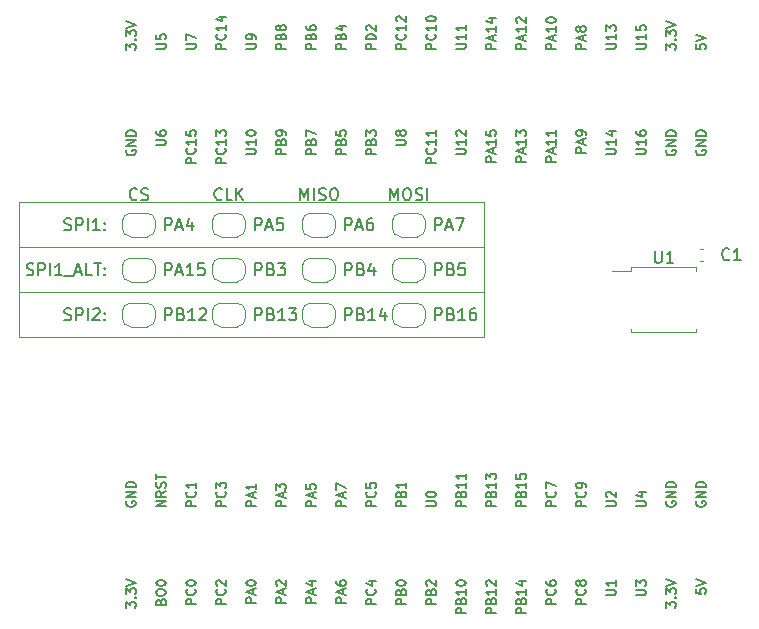
<source format=gbr>
%TF.GenerationSoftware,KiCad,Pcbnew,6.0.7+dfsg-1+b1*%
%TF.CreationDate,2022-09-10T22:10:26+08:00*%
%TF.ProjectId,memw25q128,6d656d77-3235-4713-9132-382e6b696361,a*%
%TF.SameCoordinates,PX678e028PY74e0a78*%
%TF.FileFunction,Legend,Top*%
%TF.FilePolarity,Positive*%
%FSLAX46Y46*%
G04 Gerber Fmt 4.6, Leading zero omitted, Abs format (unit mm)*
G04 Created by KiCad (PCBNEW 6.0.7+dfsg-1+b1) date 2022-09-10 22:10:26*
%MOMM*%
%LPD*%
G01*
G04 APERTURE LIST*
%ADD10C,0.120000*%
%ADD11C,0.150000*%
G04 APERTURE END LIST*
D10*
X4445000Y23495000D02*
X12065000Y23495000D01*
X12065000Y31115000D02*
X4445000Y31115000D01*
X4445000Y34925000D02*
X4445000Y23495000D01*
X12065000Y27305000D02*
X4445000Y27305000D01*
X43815000Y23495000D02*
X12065000Y23495000D01*
X43815000Y27305000D02*
X12065000Y27305000D01*
X12065000Y31115000D02*
X43815000Y31115000D01*
X12065000Y34925000D02*
X43815000Y34925000D01*
X43815000Y34925000D02*
X43815000Y23495000D01*
X12065000Y34925000D02*
X4445000Y34925000D01*
D11*
X16845595Y28757620D02*
X16845595Y29757620D01*
X17226547Y29757620D01*
X17321785Y29710000D01*
X17369404Y29662381D01*
X17417023Y29567143D01*
X17417023Y29424286D01*
X17369404Y29329048D01*
X17321785Y29281429D01*
X17226547Y29233810D01*
X16845595Y29233810D01*
X17797976Y29043334D02*
X18274166Y29043334D01*
X17702738Y28757620D02*
X18036071Y29757620D01*
X18369404Y28757620D01*
X19226547Y28757620D02*
X18655119Y28757620D01*
X18940833Y28757620D02*
X18940833Y29757620D01*
X18845595Y29614762D01*
X18750357Y29519524D01*
X18655119Y29471905D01*
X20131309Y29757620D02*
X19655119Y29757620D01*
X19607500Y29281429D01*
X19655119Y29329048D01*
X19750357Y29376667D01*
X19988452Y29376667D01*
X20083690Y29329048D01*
X20131309Y29281429D01*
X20178928Y29186191D01*
X20178928Y28948096D01*
X20131309Y28852858D01*
X20083690Y28805239D01*
X19988452Y28757620D01*
X19750357Y28757620D01*
X19655119Y28805239D01*
X19607500Y28852858D01*
X16845595Y24947620D02*
X16845595Y25947620D01*
X17226547Y25947620D01*
X17321785Y25900000D01*
X17369404Y25852381D01*
X17417023Y25757143D01*
X17417023Y25614286D01*
X17369404Y25519048D01*
X17321785Y25471429D01*
X17226547Y25423810D01*
X16845595Y25423810D01*
X18178928Y25471429D02*
X18321785Y25423810D01*
X18369404Y25376191D01*
X18417023Y25280953D01*
X18417023Y25138096D01*
X18369404Y25042858D01*
X18321785Y24995239D01*
X18226547Y24947620D01*
X17845595Y24947620D01*
X17845595Y25947620D01*
X18178928Y25947620D01*
X18274166Y25900000D01*
X18321785Y25852381D01*
X18369404Y25757143D01*
X18369404Y25661905D01*
X18321785Y25566667D01*
X18274166Y25519048D01*
X18178928Y25471429D01*
X17845595Y25471429D01*
X19369404Y24947620D02*
X18797976Y24947620D01*
X19083690Y24947620D02*
X19083690Y25947620D01*
X18988452Y25804762D01*
X18893214Y25709524D01*
X18797976Y25661905D01*
X19750357Y25852381D02*
X19797976Y25900000D01*
X19893214Y25947620D01*
X20131309Y25947620D01*
X20226547Y25900000D01*
X20274166Y25852381D01*
X20321785Y25757143D01*
X20321785Y25661905D01*
X20274166Y25519048D01*
X19702738Y24947620D01*
X20321785Y24947620D01*
X24465595Y32567620D02*
X24465595Y33567620D01*
X24846547Y33567620D01*
X24941785Y33520000D01*
X24989404Y33472381D01*
X25037023Y33377143D01*
X25037023Y33234286D01*
X24989404Y33139048D01*
X24941785Y33091429D01*
X24846547Y33043810D01*
X24465595Y33043810D01*
X25417976Y32853334D02*
X25894166Y32853334D01*
X25322738Y32567620D02*
X25656071Y33567620D01*
X25989404Y32567620D01*
X26798928Y33567620D02*
X26322738Y33567620D01*
X26275119Y33091429D01*
X26322738Y33139048D01*
X26417976Y33186667D01*
X26656071Y33186667D01*
X26751309Y33139048D01*
X26798928Y33091429D01*
X26846547Y32996191D01*
X26846547Y32758096D01*
X26798928Y32662858D01*
X26751309Y32615239D01*
X26656071Y32567620D01*
X26417976Y32567620D01*
X26322738Y32615239D01*
X26275119Y32662858D01*
X24465595Y28757620D02*
X24465595Y29757620D01*
X24846547Y29757620D01*
X24941785Y29710000D01*
X24989404Y29662381D01*
X25037023Y29567143D01*
X25037023Y29424286D01*
X24989404Y29329048D01*
X24941785Y29281429D01*
X24846547Y29233810D01*
X24465595Y29233810D01*
X25798928Y29281429D02*
X25941785Y29233810D01*
X25989404Y29186191D01*
X26037023Y29090953D01*
X26037023Y28948096D01*
X25989404Y28852858D01*
X25941785Y28805239D01*
X25846547Y28757620D01*
X25465595Y28757620D01*
X25465595Y29757620D01*
X25798928Y29757620D01*
X25894166Y29710000D01*
X25941785Y29662381D01*
X25989404Y29567143D01*
X25989404Y29471905D01*
X25941785Y29376667D01*
X25894166Y29329048D01*
X25798928Y29281429D01*
X25465595Y29281429D01*
X26370357Y29757620D02*
X26989404Y29757620D01*
X26656071Y29376667D01*
X26798928Y29376667D01*
X26894166Y29329048D01*
X26941785Y29281429D01*
X26989404Y29186191D01*
X26989404Y28948096D01*
X26941785Y28852858D01*
X26894166Y28805239D01*
X26798928Y28757620D01*
X26513214Y28757620D01*
X26417976Y28805239D01*
X26370357Y28852858D01*
X24465595Y24947620D02*
X24465595Y25947620D01*
X24846547Y25947620D01*
X24941785Y25900000D01*
X24989404Y25852381D01*
X25037023Y25757143D01*
X25037023Y25614286D01*
X24989404Y25519048D01*
X24941785Y25471429D01*
X24846547Y25423810D01*
X24465595Y25423810D01*
X25798928Y25471429D02*
X25941785Y25423810D01*
X25989404Y25376191D01*
X26037023Y25280953D01*
X26037023Y25138096D01*
X25989404Y25042858D01*
X25941785Y24995239D01*
X25846547Y24947620D01*
X25465595Y24947620D01*
X25465595Y25947620D01*
X25798928Y25947620D01*
X25894166Y25900000D01*
X25941785Y25852381D01*
X25989404Y25757143D01*
X25989404Y25661905D01*
X25941785Y25566667D01*
X25894166Y25519048D01*
X25798928Y25471429D01*
X25465595Y25471429D01*
X26989404Y24947620D02*
X26417976Y24947620D01*
X26703690Y24947620D02*
X26703690Y25947620D01*
X26608452Y25804762D01*
X26513214Y25709524D01*
X26417976Y25661905D01*
X27322738Y25947620D02*
X27941785Y25947620D01*
X27608452Y25566667D01*
X27751309Y25566667D01*
X27846547Y25519048D01*
X27894166Y25471429D01*
X27941785Y25376191D01*
X27941785Y25138096D01*
X27894166Y25042858D01*
X27846547Y24995239D01*
X27751309Y24947620D01*
X27465595Y24947620D01*
X27370357Y24995239D01*
X27322738Y25042858D01*
X32085595Y24947620D02*
X32085595Y25947620D01*
X32466547Y25947620D01*
X32561785Y25900000D01*
X32609404Y25852381D01*
X32657023Y25757143D01*
X32657023Y25614286D01*
X32609404Y25519048D01*
X32561785Y25471429D01*
X32466547Y25423810D01*
X32085595Y25423810D01*
X33418928Y25471429D02*
X33561785Y25423810D01*
X33609404Y25376191D01*
X33657023Y25280953D01*
X33657023Y25138096D01*
X33609404Y25042858D01*
X33561785Y24995239D01*
X33466547Y24947620D01*
X33085595Y24947620D01*
X33085595Y25947620D01*
X33418928Y25947620D01*
X33514166Y25900000D01*
X33561785Y25852381D01*
X33609404Y25757143D01*
X33609404Y25661905D01*
X33561785Y25566667D01*
X33514166Y25519048D01*
X33418928Y25471429D01*
X33085595Y25471429D01*
X34609404Y24947620D02*
X34037976Y24947620D01*
X34323690Y24947620D02*
X34323690Y25947620D01*
X34228452Y25804762D01*
X34133214Y25709524D01*
X34037976Y25661905D01*
X35466547Y25614286D02*
X35466547Y24947620D01*
X35228452Y25995239D02*
X34990357Y25280953D01*
X35609404Y25280953D01*
X32085595Y28757620D02*
X32085595Y29757620D01*
X32466547Y29757620D01*
X32561785Y29710000D01*
X32609404Y29662381D01*
X32657023Y29567143D01*
X32657023Y29424286D01*
X32609404Y29329048D01*
X32561785Y29281429D01*
X32466547Y29233810D01*
X32085595Y29233810D01*
X33418928Y29281429D02*
X33561785Y29233810D01*
X33609404Y29186191D01*
X33657023Y29090953D01*
X33657023Y28948096D01*
X33609404Y28852858D01*
X33561785Y28805239D01*
X33466547Y28757620D01*
X33085595Y28757620D01*
X33085595Y29757620D01*
X33418928Y29757620D01*
X33514166Y29710000D01*
X33561785Y29662381D01*
X33609404Y29567143D01*
X33609404Y29471905D01*
X33561785Y29376667D01*
X33514166Y29329048D01*
X33418928Y29281429D01*
X33085595Y29281429D01*
X34514166Y29424286D02*
X34514166Y28757620D01*
X34276071Y29805239D02*
X34037976Y29090953D01*
X34657023Y29090953D01*
X32085595Y32567620D02*
X32085595Y33567620D01*
X32466547Y33567620D01*
X32561785Y33520000D01*
X32609404Y33472381D01*
X32657023Y33377143D01*
X32657023Y33234286D01*
X32609404Y33139048D01*
X32561785Y33091429D01*
X32466547Y33043810D01*
X32085595Y33043810D01*
X33037976Y32853334D02*
X33514166Y32853334D01*
X32942738Y32567620D02*
X33276071Y33567620D01*
X33609404Y32567620D01*
X34371309Y33567620D02*
X34180833Y33567620D01*
X34085595Y33520000D01*
X34037976Y33472381D01*
X33942738Y33329524D01*
X33895119Y33139048D01*
X33895119Y32758096D01*
X33942738Y32662858D01*
X33990357Y32615239D01*
X34085595Y32567620D01*
X34276071Y32567620D01*
X34371309Y32615239D01*
X34418928Y32662858D01*
X34466547Y32758096D01*
X34466547Y32996191D01*
X34418928Y33091429D01*
X34371309Y33139048D01*
X34276071Y33186667D01*
X34085595Y33186667D01*
X33990357Y33139048D01*
X33942738Y33091429D01*
X33895119Y32996191D01*
X39705595Y32567620D02*
X39705595Y33567620D01*
X40086547Y33567620D01*
X40181785Y33520000D01*
X40229404Y33472381D01*
X40277023Y33377143D01*
X40277023Y33234286D01*
X40229404Y33139048D01*
X40181785Y33091429D01*
X40086547Y33043810D01*
X39705595Y33043810D01*
X40657976Y32853334D02*
X41134166Y32853334D01*
X40562738Y32567620D02*
X40896071Y33567620D01*
X41229404Y32567620D01*
X41467500Y33567620D02*
X42134166Y33567620D01*
X41705595Y32567620D01*
X39705595Y28757620D02*
X39705595Y29757620D01*
X40086547Y29757620D01*
X40181785Y29710000D01*
X40229404Y29662381D01*
X40277023Y29567143D01*
X40277023Y29424286D01*
X40229404Y29329048D01*
X40181785Y29281429D01*
X40086547Y29233810D01*
X39705595Y29233810D01*
X41038928Y29281429D02*
X41181785Y29233810D01*
X41229404Y29186191D01*
X41277023Y29090953D01*
X41277023Y28948096D01*
X41229404Y28852858D01*
X41181785Y28805239D01*
X41086547Y28757620D01*
X40705595Y28757620D01*
X40705595Y29757620D01*
X41038928Y29757620D01*
X41134166Y29710000D01*
X41181785Y29662381D01*
X41229404Y29567143D01*
X41229404Y29471905D01*
X41181785Y29376667D01*
X41134166Y29329048D01*
X41038928Y29281429D01*
X40705595Y29281429D01*
X42181785Y29757620D02*
X41705595Y29757620D01*
X41657976Y29281429D01*
X41705595Y29329048D01*
X41800833Y29376667D01*
X42038928Y29376667D01*
X42134166Y29329048D01*
X42181785Y29281429D01*
X42229404Y29186191D01*
X42229404Y28948096D01*
X42181785Y28852858D01*
X42134166Y28805239D01*
X42038928Y28757620D01*
X41800833Y28757620D01*
X41705595Y28805239D01*
X41657976Y28852858D01*
X39705595Y24947620D02*
X39705595Y25947620D01*
X40086547Y25947620D01*
X40181785Y25900000D01*
X40229404Y25852381D01*
X40277023Y25757143D01*
X40277023Y25614286D01*
X40229404Y25519048D01*
X40181785Y25471429D01*
X40086547Y25423810D01*
X39705595Y25423810D01*
X41038928Y25471429D02*
X41181785Y25423810D01*
X41229404Y25376191D01*
X41277023Y25280953D01*
X41277023Y25138096D01*
X41229404Y25042858D01*
X41181785Y24995239D01*
X41086547Y24947620D01*
X40705595Y24947620D01*
X40705595Y25947620D01*
X41038928Y25947620D01*
X41134166Y25900000D01*
X41181785Y25852381D01*
X41229404Y25757143D01*
X41229404Y25661905D01*
X41181785Y25566667D01*
X41134166Y25519048D01*
X41038928Y25471429D01*
X40705595Y25471429D01*
X42229404Y24947620D02*
X41657976Y24947620D01*
X41943690Y24947620D02*
X41943690Y25947620D01*
X41848452Y25804762D01*
X41753214Y25709524D01*
X41657976Y25661905D01*
X43086547Y25947620D02*
X42896071Y25947620D01*
X42800833Y25900000D01*
X42753214Y25852381D01*
X42657976Y25709524D01*
X42610357Y25519048D01*
X42610357Y25138096D01*
X42657976Y25042858D01*
X42705595Y24995239D01*
X42800833Y24947620D01*
X42991309Y24947620D01*
X43086547Y24995239D01*
X43134166Y25042858D01*
X43181785Y25138096D01*
X43181785Y25376191D01*
X43134166Y25471429D01*
X43086547Y25519048D01*
X42991309Y25566667D01*
X42800833Y25566667D01*
X42705595Y25519048D01*
X42657976Y25471429D01*
X42610357Y25376191D01*
X14438333Y35202858D02*
X14390714Y35155239D01*
X14247857Y35107620D01*
X14152619Y35107620D01*
X14009761Y35155239D01*
X13914523Y35250477D01*
X13866904Y35345715D01*
X13819285Y35536191D01*
X13819285Y35679048D01*
X13866904Y35869524D01*
X13914523Y35964762D01*
X14009761Y36060000D01*
X14152619Y36107620D01*
X14247857Y36107620D01*
X14390714Y36060000D01*
X14438333Y36012381D01*
X14819285Y35155239D02*
X14962142Y35107620D01*
X15200238Y35107620D01*
X15295476Y35155239D01*
X15343095Y35202858D01*
X15390714Y35298096D01*
X15390714Y35393334D01*
X15343095Y35488572D01*
X15295476Y35536191D01*
X15200238Y35583810D01*
X15009761Y35631429D01*
X14914523Y35679048D01*
X14866904Y35726667D01*
X14819285Y35821905D01*
X14819285Y35917143D01*
X14866904Y36012381D01*
X14914523Y36060000D01*
X15009761Y36107620D01*
X15247857Y36107620D01*
X15390714Y36060000D01*
X21629761Y35202858D02*
X21582142Y35155239D01*
X21439285Y35107620D01*
X21344047Y35107620D01*
X21201190Y35155239D01*
X21105952Y35250477D01*
X21058333Y35345715D01*
X21010714Y35536191D01*
X21010714Y35679048D01*
X21058333Y35869524D01*
X21105952Y35964762D01*
X21201190Y36060000D01*
X21344047Y36107620D01*
X21439285Y36107620D01*
X21582142Y36060000D01*
X21629761Y36012381D01*
X22534523Y35107620D02*
X22058333Y35107620D01*
X22058333Y36107620D01*
X22867857Y35107620D02*
X22867857Y36107620D01*
X23439285Y35107620D02*
X23010714Y35679048D01*
X23439285Y36107620D02*
X22867857Y35536191D01*
X28273571Y35107620D02*
X28273571Y36107620D01*
X28606904Y35393334D01*
X28940238Y36107620D01*
X28940238Y35107620D01*
X29416428Y35107620D02*
X29416428Y36107620D01*
X29845000Y35155239D02*
X29987857Y35107620D01*
X30225952Y35107620D01*
X30321190Y35155239D01*
X30368809Y35202858D01*
X30416428Y35298096D01*
X30416428Y35393334D01*
X30368809Y35488572D01*
X30321190Y35536191D01*
X30225952Y35583810D01*
X30035476Y35631429D01*
X29940238Y35679048D01*
X29892619Y35726667D01*
X29845000Y35821905D01*
X29845000Y35917143D01*
X29892619Y36012381D01*
X29940238Y36060000D01*
X30035476Y36107620D01*
X30273571Y36107620D01*
X30416428Y36060000D01*
X31035476Y36107620D02*
X31225952Y36107620D01*
X31321190Y36060000D01*
X31416428Y35964762D01*
X31464047Y35774286D01*
X31464047Y35440953D01*
X31416428Y35250477D01*
X31321190Y35155239D01*
X31225952Y35107620D01*
X31035476Y35107620D01*
X30940238Y35155239D01*
X30845000Y35250477D01*
X30797380Y35440953D01*
X30797380Y35774286D01*
X30845000Y35964762D01*
X30940238Y36060000D01*
X31035476Y36107620D01*
X35893571Y35107620D02*
X35893571Y36107620D01*
X36226904Y35393334D01*
X36560238Y36107620D01*
X36560238Y35107620D01*
X37226904Y36107620D02*
X37417380Y36107620D01*
X37512619Y36060000D01*
X37607857Y35964762D01*
X37655476Y35774286D01*
X37655476Y35440953D01*
X37607857Y35250477D01*
X37512619Y35155239D01*
X37417380Y35107620D01*
X37226904Y35107620D01*
X37131666Y35155239D01*
X37036428Y35250477D01*
X36988809Y35440953D01*
X36988809Y35774286D01*
X37036428Y35964762D01*
X37131666Y36060000D01*
X37226904Y36107620D01*
X38036428Y35155239D02*
X38179285Y35107620D01*
X38417380Y35107620D01*
X38512619Y35155239D01*
X38560238Y35202858D01*
X38607857Y35298096D01*
X38607857Y35393334D01*
X38560238Y35488572D01*
X38512619Y35536191D01*
X38417380Y35583810D01*
X38226904Y35631429D01*
X38131666Y35679048D01*
X38084047Y35726667D01*
X38036428Y35821905D01*
X38036428Y35917143D01*
X38084047Y36012381D01*
X38131666Y36060000D01*
X38226904Y36107620D01*
X38465000Y36107620D01*
X38607857Y36060000D01*
X39036428Y35107620D02*
X39036428Y36107620D01*
X8300833Y32615239D02*
X8443690Y32567620D01*
X8681785Y32567620D01*
X8777023Y32615239D01*
X8824642Y32662858D01*
X8872261Y32758096D01*
X8872261Y32853334D01*
X8824642Y32948572D01*
X8777023Y32996191D01*
X8681785Y33043810D01*
X8491309Y33091429D01*
X8396071Y33139048D01*
X8348452Y33186667D01*
X8300833Y33281905D01*
X8300833Y33377143D01*
X8348452Y33472381D01*
X8396071Y33520000D01*
X8491309Y33567620D01*
X8729404Y33567620D01*
X8872261Y33520000D01*
X9300833Y32567620D02*
X9300833Y33567620D01*
X9681785Y33567620D01*
X9777023Y33520000D01*
X9824642Y33472381D01*
X9872261Y33377143D01*
X9872261Y33234286D01*
X9824642Y33139048D01*
X9777023Y33091429D01*
X9681785Y33043810D01*
X9300833Y33043810D01*
X10300833Y32567620D02*
X10300833Y33567620D01*
X11300833Y32567620D02*
X10729404Y32567620D01*
X11015119Y32567620D02*
X11015119Y33567620D01*
X10919880Y33424762D01*
X10824642Y33329524D01*
X10729404Y33281905D01*
X11729404Y32662858D02*
X11777023Y32615239D01*
X11729404Y32567620D01*
X11681785Y32615239D01*
X11729404Y32662858D01*
X11729404Y32567620D01*
X11729404Y33186667D02*
X11777023Y33139048D01*
X11729404Y33091429D01*
X11681785Y33139048D01*
X11729404Y33186667D01*
X11729404Y33091429D01*
X5110357Y28805239D02*
X5253214Y28757620D01*
X5491309Y28757620D01*
X5586547Y28805239D01*
X5634166Y28852858D01*
X5681785Y28948096D01*
X5681785Y29043334D01*
X5634166Y29138572D01*
X5586547Y29186191D01*
X5491309Y29233810D01*
X5300833Y29281429D01*
X5205595Y29329048D01*
X5157976Y29376667D01*
X5110357Y29471905D01*
X5110357Y29567143D01*
X5157976Y29662381D01*
X5205595Y29710000D01*
X5300833Y29757620D01*
X5538928Y29757620D01*
X5681785Y29710000D01*
X6110357Y28757620D02*
X6110357Y29757620D01*
X6491309Y29757620D01*
X6586547Y29710000D01*
X6634166Y29662381D01*
X6681785Y29567143D01*
X6681785Y29424286D01*
X6634166Y29329048D01*
X6586547Y29281429D01*
X6491309Y29233810D01*
X6110357Y29233810D01*
X7110357Y28757620D02*
X7110357Y29757620D01*
X8110357Y28757620D02*
X7538928Y28757620D01*
X7824642Y28757620D02*
X7824642Y29757620D01*
X7729404Y29614762D01*
X7634166Y29519524D01*
X7538928Y29471905D01*
X8300833Y28662381D02*
X9062738Y28662381D01*
X9253214Y29043334D02*
X9729404Y29043334D01*
X9157976Y28757620D02*
X9491309Y29757620D01*
X9824642Y28757620D01*
X10634166Y28757620D02*
X10157976Y28757620D01*
X10157976Y29757620D01*
X10824642Y29757620D02*
X11396071Y29757620D01*
X11110357Y28757620D02*
X11110357Y29757620D01*
X11729404Y28852858D02*
X11777023Y28805239D01*
X11729404Y28757620D01*
X11681785Y28805239D01*
X11729404Y28852858D01*
X11729404Y28757620D01*
X11729404Y29376667D02*
X11777023Y29329048D01*
X11729404Y29281429D01*
X11681785Y29329048D01*
X11729404Y29376667D01*
X11729404Y29281429D01*
X8300833Y24995239D02*
X8443690Y24947620D01*
X8681785Y24947620D01*
X8777023Y24995239D01*
X8824642Y25042858D01*
X8872261Y25138096D01*
X8872261Y25233334D01*
X8824642Y25328572D01*
X8777023Y25376191D01*
X8681785Y25423810D01*
X8491309Y25471429D01*
X8396071Y25519048D01*
X8348452Y25566667D01*
X8300833Y25661905D01*
X8300833Y25757143D01*
X8348452Y25852381D01*
X8396071Y25900000D01*
X8491309Y25947620D01*
X8729404Y25947620D01*
X8872261Y25900000D01*
X9300833Y24947620D02*
X9300833Y25947620D01*
X9681785Y25947620D01*
X9777023Y25900000D01*
X9824642Y25852381D01*
X9872261Y25757143D01*
X9872261Y25614286D01*
X9824642Y25519048D01*
X9777023Y25471429D01*
X9681785Y25423810D01*
X9300833Y25423810D01*
X10300833Y24947620D02*
X10300833Y25947620D01*
X10729404Y25852381D02*
X10777023Y25900000D01*
X10872261Y25947620D01*
X11110357Y25947620D01*
X11205595Y25900000D01*
X11253214Y25852381D01*
X11300833Y25757143D01*
X11300833Y25661905D01*
X11253214Y25519048D01*
X10681785Y24947620D01*
X11300833Y24947620D01*
X11729404Y25042858D02*
X11777023Y24995239D01*
X11729404Y24947620D01*
X11681785Y24995239D01*
X11729404Y25042858D01*
X11729404Y24947620D01*
X11729404Y25566667D02*
X11777023Y25519048D01*
X11729404Y25471429D01*
X11681785Y25519048D01*
X11729404Y25566667D01*
X11729404Y25471429D01*
X16845595Y32567620D02*
X16845595Y33567620D01*
X17226547Y33567620D01*
X17321785Y33520000D01*
X17369404Y33472381D01*
X17417023Y33377143D01*
X17417023Y33234286D01*
X17369404Y33139048D01*
X17321785Y33091429D01*
X17226547Y33043810D01*
X16845595Y33043810D01*
X17797976Y32853334D02*
X18274166Y32853334D01*
X17702738Y32567620D02*
X18036071Y33567620D01*
X18369404Y32567620D01*
X19131309Y33234286D02*
X19131309Y32567620D01*
X18893214Y33615239D02*
X18655119Y32900953D01*
X19274166Y32900953D01*
%TO.C,J1*%
X54171904Y1667977D02*
X54819523Y1667977D01*
X54895714Y1706072D01*
X54933809Y1744167D01*
X54971904Y1820358D01*
X54971904Y1972739D01*
X54933809Y2048929D01*
X54895714Y2087024D01*
X54819523Y2125120D01*
X54171904Y2125120D01*
X54971904Y2925120D02*
X54971904Y2467977D01*
X54971904Y2696548D02*
X54171904Y2696548D01*
X54286190Y2620358D01*
X54362380Y2544167D01*
X54400476Y2467977D01*
X54171904Y9177977D02*
X54819523Y9177977D01*
X54895714Y9216072D01*
X54933809Y9254167D01*
X54971904Y9330358D01*
X54971904Y9482739D01*
X54933809Y9558929D01*
X54895714Y9597024D01*
X54819523Y9635120D01*
X54171904Y9635120D01*
X54248095Y9977977D02*
X54210000Y10016072D01*
X54171904Y10092262D01*
X54171904Y10282739D01*
X54210000Y10358929D01*
X54248095Y10397024D01*
X54324285Y10435120D01*
X54400476Y10435120D01*
X54514761Y10397024D01*
X54971904Y9939881D01*
X54971904Y10435120D01*
X34651904Y906072D02*
X33851904Y906072D01*
X33851904Y1210834D01*
X33890000Y1287024D01*
X33928095Y1325120D01*
X34004285Y1363215D01*
X34118571Y1363215D01*
X34194761Y1325120D01*
X34232857Y1287024D01*
X34270952Y1210834D01*
X34270952Y906072D01*
X34575714Y2163215D02*
X34613809Y2125120D01*
X34651904Y2010834D01*
X34651904Y1934643D01*
X34613809Y1820358D01*
X34537619Y1744167D01*
X34461428Y1706072D01*
X34309047Y1667977D01*
X34194761Y1667977D01*
X34042380Y1706072D01*
X33966190Y1744167D01*
X33890000Y1820358D01*
X33851904Y1934643D01*
X33851904Y2010834D01*
X33890000Y2125120D01*
X33928095Y2163215D01*
X34118571Y2848929D02*
X34651904Y2848929D01*
X33813809Y2658453D02*
X34385238Y2467977D01*
X34385238Y2963215D01*
X21951904Y47912977D02*
X21151904Y47912977D01*
X21151904Y48217739D01*
X21190000Y48293929D01*
X21228095Y48332024D01*
X21304285Y48370120D01*
X21418571Y48370120D01*
X21494761Y48332024D01*
X21532857Y48293929D01*
X21570952Y48217739D01*
X21570952Y47912977D01*
X21875714Y49170120D02*
X21913809Y49132024D01*
X21951904Y49017739D01*
X21951904Y48941548D01*
X21913809Y48827262D01*
X21837619Y48751072D01*
X21761428Y48712977D01*
X21609047Y48674881D01*
X21494761Y48674881D01*
X21342380Y48712977D01*
X21266190Y48751072D01*
X21190000Y48827262D01*
X21151904Y48941548D01*
X21151904Y49017739D01*
X21190000Y49132024D01*
X21228095Y49170120D01*
X21951904Y49932024D02*
X21951904Y49474881D01*
X21951904Y49703453D02*
X21151904Y49703453D01*
X21266190Y49627262D01*
X21342380Y49551072D01*
X21380476Y49474881D01*
X21418571Y50617739D02*
X21951904Y50617739D01*
X21113809Y50427262D02*
X21685238Y50236786D01*
X21685238Y50732024D01*
X52431904Y39120358D02*
X51631904Y39120358D01*
X51631904Y39425120D01*
X51670000Y39501310D01*
X51708095Y39539405D01*
X51784285Y39577500D01*
X51898571Y39577500D01*
X51974761Y39539405D01*
X52012857Y39501310D01*
X52050952Y39425120D01*
X52050952Y39120358D01*
X52203333Y39882262D02*
X52203333Y40263215D01*
X52431904Y39806072D02*
X51631904Y40072739D01*
X52431904Y40339405D01*
X52431904Y40644167D02*
X52431904Y40796548D01*
X52393809Y40872739D01*
X52355714Y40910834D01*
X52241428Y40987024D01*
X52089047Y41025120D01*
X51784285Y41025120D01*
X51708095Y40987024D01*
X51670000Y40948929D01*
X51631904Y40872739D01*
X51631904Y40720358D01*
X51670000Y40644167D01*
X51708095Y40606072D01*
X51784285Y40567977D01*
X51974761Y40567977D01*
X52050952Y40606072D01*
X52089047Y40644167D01*
X52127142Y40720358D01*
X52127142Y40872739D01*
X52089047Y40948929D01*
X52050952Y40987024D01*
X51974761Y41025120D01*
X38931904Y9177977D02*
X39579523Y9177977D01*
X39655714Y9216072D01*
X39693809Y9254167D01*
X39731904Y9330358D01*
X39731904Y9482739D01*
X39693809Y9558929D01*
X39655714Y9597024D01*
X39579523Y9635120D01*
X38931904Y9635120D01*
X38931904Y10168453D02*
X38931904Y10244643D01*
X38970000Y10320834D01*
X39008095Y10358929D01*
X39084285Y10397024D01*
X39236666Y10435120D01*
X39427142Y10435120D01*
X39579523Y10397024D01*
X39655714Y10358929D01*
X39693809Y10320834D01*
X39731904Y10244643D01*
X39731904Y10168453D01*
X39693809Y10092262D01*
X39655714Y10054167D01*
X39579523Y10016072D01*
X39427142Y9977977D01*
X39236666Y9977977D01*
X39084285Y10016072D01*
X39008095Y10054167D01*
X38970000Y10092262D01*
X38931904Y10168453D01*
X37191904Y906072D02*
X36391904Y906072D01*
X36391904Y1210834D01*
X36430000Y1287024D01*
X36468095Y1325120D01*
X36544285Y1363215D01*
X36658571Y1363215D01*
X36734761Y1325120D01*
X36772857Y1287024D01*
X36810952Y1210834D01*
X36810952Y906072D01*
X36772857Y1972739D02*
X36810952Y2087024D01*
X36849047Y2125120D01*
X36925238Y2163215D01*
X37039523Y2163215D01*
X37115714Y2125120D01*
X37153809Y2087024D01*
X37191904Y2010834D01*
X37191904Y1706072D01*
X36391904Y1706072D01*
X36391904Y1972739D01*
X36430000Y2048929D01*
X36468095Y2087024D01*
X36544285Y2125120D01*
X36620476Y2125120D01*
X36696666Y2087024D01*
X36734761Y2048929D01*
X36772857Y1972739D01*
X36772857Y1706072D01*
X36391904Y2658453D02*
X36391904Y2734643D01*
X36430000Y2810834D01*
X36468095Y2848929D01*
X36544285Y2887024D01*
X36696666Y2925120D01*
X36887142Y2925120D01*
X37039523Y2887024D01*
X37115714Y2848929D01*
X37153809Y2810834D01*
X37191904Y2734643D01*
X37191904Y2658453D01*
X37153809Y2582262D01*
X37115714Y2544167D01*
X37039523Y2506072D01*
X36887142Y2467977D01*
X36696666Y2467977D01*
X36544285Y2506072D01*
X36468095Y2544167D01*
X36430000Y2582262D01*
X36391904Y2658453D01*
X44811904Y144167D02*
X44011904Y144167D01*
X44011904Y448929D01*
X44050000Y525120D01*
X44088095Y563215D01*
X44164285Y601310D01*
X44278571Y601310D01*
X44354761Y563215D01*
X44392857Y525120D01*
X44430952Y448929D01*
X44430952Y144167D01*
X44392857Y1210834D02*
X44430952Y1325120D01*
X44469047Y1363215D01*
X44545238Y1401310D01*
X44659523Y1401310D01*
X44735714Y1363215D01*
X44773809Y1325120D01*
X44811904Y1248929D01*
X44811904Y944167D01*
X44011904Y944167D01*
X44011904Y1210834D01*
X44050000Y1287024D01*
X44088095Y1325120D01*
X44164285Y1363215D01*
X44240476Y1363215D01*
X44316666Y1325120D01*
X44354761Y1287024D01*
X44392857Y1210834D01*
X44392857Y944167D01*
X44811904Y2163215D02*
X44811904Y1706072D01*
X44811904Y1934643D02*
X44011904Y1934643D01*
X44126190Y1858453D01*
X44202380Y1782262D01*
X44240476Y1706072D01*
X44088095Y2467977D02*
X44050000Y2506072D01*
X44011904Y2582262D01*
X44011904Y2772739D01*
X44050000Y2848929D01*
X44088095Y2887024D01*
X44164285Y2925120D01*
X44240476Y2925120D01*
X44354761Y2887024D01*
X44811904Y2429881D01*
X44811904Y2925120D01*
X39731904Y906072D02*
X38931904Y906072D01*
X38931904Y1210834D01*
X38970000Y1287024D01*
X39008095Y1325120D01*
X39084285Y1363215D01*
X39198571Y1363215D01*
X39274761Y1325120D01*
X39312857Y1287024D01*
X39350952Y1210834D01*
X39350952Y906072D01*
X39312857Y1972739D02*
X39350952Y2087024D01*
X39389047Y2125120D01*
X39465238Y2163215D01*
X39579523Y2163215D01*
X39655714Y2125120D01*
X39693809Y2087024D01*
X39731904Y2010834D01*
X39731904Y1706072D01*
X38931904Y1706072D01*
X38931904Y1972739D01*
X38970000Y2048929D01*
X39008095Y2087024D01*
X39084285Y2125120D01*
X39160476Y2125120D01*
X39236666Y2087024D01*
X39274761Y2048929D01*
X39312857Y1972739D01*
X39312857Y1706072D01*
X39008095Y2467977D02*
X38970000Y2506072D01*
X38931904Y2582262D01*
X38931904Y2772739D01*
X38970000Y2848929D01*
X39008095Y2887024D01*
X39084285Y2925120D01*
X39160476Y2925120D01*
X39274761Y2887024D01*
X39731904Y2429881D01*
X39731904Y2925120D01*
X52431904Y9177977D02*
X51631904Y9177977D01*
X51631904Y9482739D01*
X51670000Y9558929D01*
X51708095Y9597024D01*
X51784285Y9635120D01*
X51898571Y9635120D01*
X51974761Y9597024D01*
X52012857Y9558929D01*
X52050952Y9482739D01*
X52050952Y9177977D01*
X52355714Y10435120D02*
X52393809Y10397024D01*
X52431904Y10282739D01*
X52431904Y10206548D01*
X52393809Y10092262D01*
X52317619Y10016072D01*
X52241428Y9977977D01*
X52089047Y9939881D01*
X51974761Y9939881D01*
X51822380Y9977977D01*
X51746190Y10016072D01*
X51670000Y10092262D01*
X51631904Y10206548D01*
X51631904Y10282739D01*
X51670000Y10397024D01*
X51708095Y10435120D01*
X52431904Y10816072D02*
X52431904Y10968453D01*
X52393809Y11044643D01*
X52355714Y11082739D01*
X52241428Y11158929D01*
X52089047Y11197024D01*
X51784285Y11197024D01*
X51708095Y11158929D01*
X51670000Y11120834D01*
X51631904Y11044643D01*
X51631904Y10892262D01*
X51670000Y10816072D01*
X51708095Y10777977D01*
X51784285Y10739881D01*
X51974761Y10739881D01*
X52050952Y10777977D01*
X52089047Y10816072D01*
X52127142Y10892262D01*
X52127142Y11044643D01*
X52089047Y11120834D01*
X52050952Y11158929D01*
X51974761Y11197024D01*
X32111904Y47912977D02*
X31311904Y47912977D01*
X31311904Y48217739D01*
X31350000Y48293929D01*
X31388095Y48332024D01*
X31464285Y48370120D01*
X31578571Y48370120D01*
X31654761Y48332024D01*
X31692857Y48293929D01*
X31730952Y48217739D01*
X31730952Y47912977D01*
X31692857Y48979643D02*
X31730952Y49093929D01*
X31769047Y49132024D01*
X31845238Y49170120D01*
X31959523Y49170120D01*
X32035714Y49132024D01*
X32073809Y49093929D01*
X32111904Y49017739D01*
X32111904Y48712977D01*
X31311904Y48712977D01*
X31311904Y48979643D01*
X31350000Y49055834D01*
X31388095Y49093929D01*
X31464285Y49132024D01*
X31540476Y49132024D01*
X31616666Y49093929D01*
X31654761Y49055834D01*
X31692857Y48979643D01*
X31692857Y48712977D01*
X31578571Y49855834D02*
X32111904Y49855834D01*
X31273809Y49665358D02*
X31845238Y49474881D01*
X31845238Y49970120D01*
X24491904Y1020358D02*
X23691904Y1020358D01*
X23691904Y1325120D01*
X23730000Y1401310D01*
X23768095Y1439405D01*
X23844285Y1477500D01*
X23958571Y1477500D01*
X24034761Y1439405D01*
X24072857Y1401310D01*
X24110952Y1325120D01*
X24110952Y1020358D01*
X24263333Y1782262D02*
X24263333Y2163215D01*
X24491904Y1706072D02*
X23691904Y1972739D01*
X24491904Y2239405D01*
X23691904Y2658453D02*
X23691904Y2734643D01*
X23730000Y2810834D01*
X23768095Y2848929D01*
X23844285Y2887024D01*
X23996666Y2925120D01*
X24187142Y2925120D01*
X24339523Y2887024D01*
X24415714Y2848929D01*
X24453809Y2810834D01*
X24491904Y2734643D01*
X24491904Y2658453D01*
X24453809Y2582262D01*
X24415714Y2544167D01*
X24339523Y2506072D01*
X24187142Y2467977D01*
X23996666Y2467977D01*
X23844285Y2506072D01*
X23768095Y2544167D01*
X23730000Y2582262D01*
X23691904Y2658453D01*
X54171904Y39006072D02*
X54819523Y39006072D01*
X54895714Y39044167D01*
X54933809Y39082262D01*
X54971904Y39158453D01*
X54971904Y39310834D01*
X54933809Y39387024D01*
X54895714Y39425120D01*
X54819523Y39463215D01*
X54171904Y39463215D01*
X54971904Y40263215D02*
X54971904Y39806072D01*
X54971904Y40034643D02*
X54171904Y40034643D01*
X54286190Y39958453D01*
X54362380Y39882262D01*
X54400476Y39806072D01*
X54438571Y40948929D02*
X54971904Y40948929D01*
X54133809Y40758453D02*
X54705238Y40567977D01*
X54705238Y41063215D01*
X44811904Y38358453D02*
X44011904Y38358453D01*
X44011904Y38663215D01*
X44050000Y38739405D01*
X44088095Y38777500D01*
X44164285Y38815596D01*
X44278571Y38815596D01*
X44354761Y38777500D01*
X44392857Y38739405D01*
X44430952Y38663215D01*
X44430952Y38358453D01*
X44583333Y39120358D02*
X44583333Y39501310D01*
X44811904Y39044167D02*
X44011904Y39310834D01*
X44811904Y39577500D01*
X44811904Y40263215D02*
X44811904Y39806072D01*
X44811904Y40034643D02*
X44011904Y40034643D01*
X44126190Y39958453D01*
X44202380Y39882262D01*
X44240476Y39806072D01*
X44011904Y40987024D02*
X44011904Y40606072D01*
X44392857Y40567977D01*
X44354761Y40606072D01*
X44316666Y40682262D01*
X44316666Y40872739D01*
X44354761Y40948929D01*
X44392857Y40987024D01*
X44469047Y41025120D01*
X44659523Y41025120D01*
X44735714Y40987024D01*
X44773809Y40948929D01*
X44811904Y40872739D01*
X44811904Y40682262D01*
X44773809Y40606072D01*
X44735714Y40567977D01*
X59251904Y601310D02*
X59251904Y1096548D01*
X59556666Y829881D01*
X59556666Y944167D01*
X59594761Y1020358D01*
X59632857Y1058453D01*
X59709047Y1096548D01*
X59899523Y1096548D01*
X59975714Y1058453D01*
X60013809Y1020358D01*
X60051904Y944167D01*
X60051904Y715596D01*
X60013809Y639405D01*
X59975714Y601310D01*
X59975714Y1439405D02*
X60013809Y1477500D01*
X60051904Y1439405D01*
X60013809Y1401310D01*
X59975714Y1439405D01*
X60051904Y1439405D01*
X59251904Y1744167D02*
X59251904Y2239405D01*
X59556666Y1972739D01*
X59556666Y2087024D01*
X59594761Y2163215D01*
X59632857Y2201310D01*
X59709047Y2239405D01*
X59899523Y2239405D01*
X59975714Y2201310D01*
X60013809Y2163215D01*
X60051904Y2087024D01*
X60051904Y1858453D01*
X60013809Y1782262D01*
X59975714Y1744167D01*
X59251904Y2467977D02*
X60051904Y2734643D01*
X59251904Y3001310D01*
X36391904Y39767977D02*
X37039523Y39767977D01*
X37115714Y39806072D01*
X37153809Y39844167D01*
X37191904Y39920358D01*
X37191904Y40072739D01*
X37153809Y40148929D01*
X37115714Y40187024D01*
X37039523Y40225120D01*
X36391904Y40225120D01*
X36734761Y40720358D02*
X36696666Y40644167D01*
X36658571Y40606072D01*
X36582380Y40567977D01*
X36544285Y40567977D01*
X36468095Y40606072D01*
X36430000Y40644167D01*
X36391904Y40720358D01*
X36391904Y40872739D01*
X36430000Y40948929D01*
X36468095Y40987024D01*
X36544285Y41025120D01*
X36582380Y41025120D01*
X36658571Y40987024D01*
X36696666Y40948929D01*
X36734761Y40872739D01*
X36734761Y40720358D01*
X36772857Y40644167D01*
X36810952Y40606072D01*
X36887142Y40567977D01*
X37039523Y40567977D01*
X37115714Y40606072D01*
X37153809Y40644167D01*
X37191904Y40720358D01*
X37191904Y40872739D01*
X37153809Y40948929D01*
X37115714Y40987024D01*
X37039523Y41025120D01*
X36887142Y41025120D01*
X36810952Y40987024D01*
X36772857Y40948929D01*
X36734761Y40872739D01*
X61791904Y2201310D02*
X61791904Y1820358D01*
X62172857Y1782262D01*
X62134761Y1820358D01*
X62096666Y1896548D01*
X62096666Y2087024D01*
X62134761Y2163215D01*
X62172857Y2201310D01*
X62249047Y2239405D01*
X62439523Y2239405D01*
X62515714Y2201310D01*
X62553809Y2163215D01*
X62591904Y2087024D01*
X62591904Y1896548D01*
X62553809Y1820358D01*
X62515714Y1782262D01*
X61791904Y2467977D02*
X62591904Y2734643D01*
X61791904Y3001310D01*
X32111904Y39006072D02*
X31311904Y39006072D01*
X31311904Y39310834D01*
X31350000Y39387024D01*
X31388095Y39425120D01*
X31464285Y39463215D01*
X31578571Y39463215D01*
X31654761Y39425120D01*
X31692857Y39387024D01*
X31730952Y39310834D01*
X31730952Y39006072D01*
X31692857Y40072739D02*
X31730952Y40187024D01*
X31769047Y40225120D01*
X31845238Y40263215D01*
X31959523Y40263215D01*
X32035714Y40225120D01*
X32073809Y40187024D01*
X32111904Y40110834D01*
X32111904Y39806072D01*
X31311904Y39806072D01*
X31311904Y40072739D01*
X31350000Y40148929D01*
X31388095Y40187024D01*
X31464285Y40225120D01*
X31540476Y40225120D01*
X31616666Y40187024D01*
X31654761Y40148929D01*
X31692857Y40072739D01*
X31692857Y39806072D01*
X31311904Y40987024D02*
X31311904Y40606072D01*
X31692857Y40567977D01*
X31654761Y40606072D01*
X31616666Y40682262D01*
X31616666Y40872739D01*
X31654761Y40948929D01*
X31692857Y40987024D01*
X31769047Y41025120D01*
X31959523Y41025120D01*
X32035714Y40987024D01*
X32073809Y40948929D01*
X32111904Y40872739D01*
X32111904Y40682262D01*
X32073809Y40606072D01*
X32035714Y40567977D01*
X19411904Y906072D02*
X18611904Y906072D01*
X18611904Y1210834D01*
X18650000Y1287024D01*
X18688095Y1325120D01*
X18764285Y1363215D01*
X18878571Y1363215D01*
X18954761Y1325120D01*
X18992857Y1287024D01*
X19030952Y1210834D01*
X19030952Y906072D01*
X19335714Y2163215D02*
X19373809Y2125120D01*
X19411904Y2010834D01*
X19411904Y1934643D01*
X19373809Y1820358D01*
X19297619Y1744167D01*
X19221428Y1706072D01*
X19069047Y1667977D01*
X18954761Y1667977D01*
X18802380Y1706072D01*
X18726190Y1744167D01*
X18650000Y1820358D01*
X18611904Y1934643D01*
X18611904Y2010834D01*
X18650000Y2125120D01*
X18688095Y2163215D01*
X18611904Y2658453D02*
X18611904Y2734643D01*
X18650000Y2810834D01*
X18688095Y2848929D01*
X18764285Y2887024D01*
X18916666Y2925120D01*
X19107142Y2925120D01*
X19259523Y2887024D01*
X19335714Y2848929D01*
X19373809Y2810834D01*
X19411904Y2734643D01*
X19411904Y2658453D01*
X19373809Y2582262D01*
X19335714Y2544167D01*
X19259523Y2506072D01*
X19107142Y2467977D01*
X18916666Y2467977D01*
X18764285Y2506072D01*
X18688095Y2544167D01*
X18650000Y2582262D01*
X18611904Y2658453D01*
X23691904Y39006072D02*
X24339523Y39006072D01*
X24415714Y39044167D01*
X24453809Y39082262D01*
X24491904Y39158453D01*
X24491904Y39310834D01*
X24453809Y39387024D01*
X24415714Y39425120D01*
X24339523Y39463215D01*
X23691904Y39463215D01*
X24491904Y40263215D02*
X24491904Y39806072D01*
X24491904Y40034643D02*
X23691904Y40034643D01*
X23806190Y39958453D01*
X23882380Y39882262D01*
X23920476Y39806072D01*
X23691904Y40758453D02*
X23691904Y40834643D01*
X23730000Y40910834D01*
X23768095Y40948929D01*
X23844285Y40987024D01*
X23996666Y41025120D01*
X24187142Y41025120D01*
X24339523Y40987024D01*
X24415714Y40948929D01*
X24453809Y40910834D01*
X24491904Y40834643D01*
X24491904Y40758453D01*
X24453809Y40682262D01*
X24415714Y40644167D01*
X24339523Y40606072D01*
X24187142Y40567977D01*
X23996666Y40567977D01*
X23844285Y40606072D01*
X23768095Y40644167D01*
X23730000Y40682262D01*
X23691904Y40758453D01*
X18611904Y47912977D02*
X19259523Y47912977D01*
X19335714Y47951072D01*
X19373809Y47989167D01*
X19411904Y48065358D01*
X19411904Y48217739D01*
X19373809Y48293929D01*
X19335714Y48332024D01*
X19259523Y48370120D01*
X18611904Y48370120D01*
X18611904Y48674881D02*
X18611904Y49208215D01*
X19411904Y48865358D01*
X56711904Y1667977D02*
X57359523Y1667977D01*
X57435714Y1706072D01*
X57473809Y1744167D01*
X57511904Y1820358D01*
X57511904Y1972739D01*
X57473809Y2048929D01*
X57435714Y2087024D01*
X57359523Y2125120D01*
X56711904Y2125120D01*
X56711904Y2429881D02*
X56711904Y2925120D01*
X57016666Y2658453D01*
X57016666Y2772739D01*
X57054761Y2848929D01*
X57092857Y2887024D01*
X57169047Y2925120D01*
X57359523Y2925120D01*
X57435714Y2887024D01*
X57473809Y2848929D01*
X57511904Y2772739D01*
X57511904Y2544167D01*
X57473809Y2467977D01*
X57435714Y2429881D01*
X29571904Y9177977D02*
X28771904Y9177977D01*
X28771904Y9482739D01*
X28810000Y9558929D01*
X28848095Y9597024D01*
X28924285Y9635120D01*
X29038571Y9635120D01*
X29114761Y9597024D01*
X29152857Y9558929D01*
X29190952Y9482739D01*
X29190952Y9177977D01*
X29343333Y9939881D02*
X29343333Y10320834D01*
X29571904Y9863691D02*
X28771904Y10130358D01*
X29571904Y10397024D01*
X28771904Y11044643D02*
X28771904Y10663691D01*
X29152857Y10625596D01*
X29114761Y10663691D01*
X29076666Y10739881D01*
X29076666Y10930358D01*
X29114761Y11006548D01*
X29152857Y11044643D01*
X29229047Y11082739D01*
X29419523Y11082739D01*
X29495714Y11044643D01*
X29533809Y11006548D01*
X29571904Y10930358D01*
X29571904Y10739881D01*
X29533809Y10663691D01*
X29495714Y10625596D01*
X34651904Y9177977D02*
X33851904Y9177977D01*
X33851904Y9482739D01*
X33890000Y9558929D01*
X33928095Y9597024D01*
X34004285Y9635120D01*
X34118571Y9635120D01*
X34194761Y9597024D01*
X34232857Y9558929D01*
X34270952Y9482739D01*
X34270952Y9177977D01*
X34575714Y10435120D02*
X34613809Y10397024D01*
X34651904Y10282739D01*
X34651904Y10206548D01*
X34613809Y10092262D01*
X34537619Y10016072D01*
X34461428Y9977977D01*
X34309047Y9939881D01*
X34194761Y9939881D01*
X34042380Y9977977D01*
X33966190Y10016072D01*
X33890000Y10092262D01*
X33851904Y10206548D01*
X33851904Y10282739D01*
X33890000Y10397024D01*
X33928095Y10435120D01*
X33851904Y11158929D02*
X33851904Y10777977D01*
X34232857Y10739881D01*
X34194761Y10777977D01*
X34156666Y10854167D01*
X34156666Y11044643D01*
X34194761Y11120834D01*
X34232857Y11158929D01*
X34309047Y11197024D01*
X34499523Y11197024D01*
X34575714Y11158929D01*
X34613809Y11120834D01*
X34651904Y11044643D01*
X34651904Y10854167D01*
X34613809Y10777977D01*
X34575714Y10739881D01*
X49891904Y38358453D02*
X49091904Y38358453D01*
X49091904Y38663215D01*
X49130000Y38739405D01*
X49168095Y38777500D01*
X49244285Y38815596D01*
X49358571Y38815596D01*
X49434761Y38777500D01*
X49472857Y38739405D01*
X49510952Y38663215D01*
X49510952Y38358453D01*
X49663333Y39120358D02*
X49663333Y39501310D01*
X49891904Y39044167D02*
X49091904Y39310834D01*
X49891904Y39577500D01*
X49891904Y40263215D02*
X49891904Y39806072D01*
X49891904Y40034643D02*
X49091904Y40034643D01*
X49206190Y39958453D01*
X49282380Y39882262D01*
X49320476Y39806072D01*
X49891904Y41025120D02*
X49891904Y40567977D01*
X49891904Y40796548D02*
X49091904Y40796548D01*
X49206190Y40720358D01*
X49282380Y40644167D01*
X49320476Y40567977D01*
X29571904Y47912977D02*
X28771904Y47912977D01*
X28771904Y48217739D01*
X28810000Y48293929D01*
X28848095Y48332024D01*
X28924285Y48370120D01*
X29038571Y48370120D01*
X29114761Y48332024D01*
X29152857Y48293929D01*
X29190952Y48217739D01*
X29190952Y47912977D01*
X29152857Y48979643D02*
X29190952Y49093929D01*
X29229047Y49132024D01*
X29305238Y49170120D01*
X29419523Y49170120D01*
X29495714Y49132024D01*
X29533809Y49093929D01*
X29571904Y49017739D01*
X29571904Y48712977D01*
X28771904Y48712977D01*
X28771904Y48979643D01*
X28810000Y49055834D01*
X28848095Y49093929D01*
X28924285Y49132024D01*
X29000476Y49132024D01*
X29076666Y49093929D01*
X29114761Y49055834D01*
X29152857Y48979643D01*
X29152857Y48712977D01*
X28771904Y49855834D02*
X28771904Y49703453D01*
X28810000Y49627262D01*
X28848095Y49589167D01*
X28962380Y49512977D01*
X29114761Y49474881D01*
X29419523Y49474881D01*
X29495714Y49512977D01*
X29533809Y49551072D01*
X29571904Y49627262D01*
X29571904Y49779643D01*
X29533809Y49855834D01*
X29495714Y49893929D01*
X29419523Y49932024D01*
X29229047Y49932024D01*
X29152857Y49893929D01*
X29114761Y49855834D01*
X29076666Y49779643D01*
X29076666Y49627262D01*
X29114761Y49551072D01*
X29152857Y49512977D01*
X29229047Y49474881D01*
X61830000Y39348929D02*
X61791904Y39272739D01*
X61791904Y39158453D01*
X61830000Y39044167D01*
X61906190Y38967977D01*
X61982380Y38929881D01*
X62134761Y38891786D01*
X62249047Y38891786D01*
X62401428Y38929881D01*
X62477619Y38967977D01*
X62553809Y39044167D01*
X62591904Y39158453D01*
X62591904Y39234643D01*
X62553809Y39348929D01*
X62515714Y39387024D01*
X62249047Y39387024D01*
X62249047Y39234643D01*
X62591904Y39729881D02*
X61791904Y39729881D01*
X62591904Y40187024D01*
X61791904Y40187024D01*
X62591904Y40567977D02*
X61791904Y40567977D01*
X61791904Y40758453D01*
X61830000Y40872739D01*
X61906190Y40948929D01*
X61982380Y40987024D01*
X62134761Y41025120D01*
X62249047Y41025120D01*
X62401428Y40987024D01*
X62477619Y40948929D01*
X62553809Y40872739D01*
X62591904Y40758453D01*
X62591904Y40567977D01*
X32111904Y9177977D02*
X31311904Y9177977D01*
X31311904Y9482739D01*
X31350000Y9558929D01*
X31388095Y9597024D01*
X31464285Y9635120D01*
X31578571Y9635120D01*
X31654761Y9597024D01*
X31692857Y9558929D01*
X31730952Y9482739D01*
X31730952Y9177977D01*
X31883333Y9939881D02*
X31883333Y10320834D01*
X32111904Y9863691D02*
X31311904Y10130358D01*
X32111904Y10397024D01*
X31311904Y10587500D02*
X31311904Y11120834D01*
X32111904Y10777977D01*
X29571904Y39006072D02*
X28771904Y39006072D01*
X28771904Y39310834D01*
X28810000Y39387024D01*
X28848095Y39425120D01*
X28924285Y39463215D01*
X29038571Y39463215D01*
X29114761Y39425120D01*
X29152857Y39387024D01*
X29190952Y39310834D01*
X29190952Y39006072D01*
X29152857Y40072739D02*
X29190952Y40187024D01*
X29229047Y40225120D01*
X29305238Y40263215D01*
X29419523Y40263215D01*
X29495714Y40225120D01*
X29533809Y40187024D01*
X29571904Y40110834D01*
X29571904Y39806072D01*
X28771904Y39806072D01*
X28771904Y40072739D01*
X28810000Y40148929D01*
X28848095Y40187024D01*
X28924285Y40225120D01*
X29000476Y40225120D01*
X29076666Y40187024D01*
X29114761Y40148929D01*
X29152857Y40072739D01*
X29152857Y39806072D01*
X28771904Y40529881D02*
X28771904Y41063215D01*
X29571904Y40720358D01*
X56711904Y9177977D02*
X57359523Y9177977D01*
X57435714Y9216072D01*
X57473809Y9254167D01*
X57511904Y9330358D01*
X57511904Y9482739D01*
X57473809Y9558929D01*
X57435714Y9597024D01*
X57359523Y9635120D01*
X56711904Y9635120D01*
X56978571Y10358929D02*
X57511904Y10358929D01*
X56673809Y10168453D02*
X57245238Y9977977D01*
X57245238Y10473215D01*
X41471904Y39006072D02*
X42119523Y39006072D01*
X42195714Y39044167D01*
X42233809Y39082262D01*
X42271904Y39158453D01*
X42271904Y39310834D01*
X42233809Y39387024D01*
X42195714Y39425120D01*
X42119523Y39463215D01*
X41471904Y39463215D01*
X42271904Y40263215D02*
X42271904Y39806072D01*
X42271904Y40034643D02*
X41471904Y40034643D01*
X41586190Y39958453D01*
X41662380Y39882262D01*
X41700476Y39806072D01*
X41548095Y40567977D02*
X41510000Y40606072D01*
X41471904Y40682262D01*
X41471904Y40872739D01*
X41510000Y40948929D01*
X41548095Y40987024D01*
X41624285Y41025120D01*
X41700476Y41025120D01*
X41814761Y40987024D01*
X42271904Y40529881D01*
X42271904Y41025120D01*
X52431904Y906072D02*
X51631904Y906072D01*
X51631904Y1210834D01*
X51670000Y1287024D01*
X51708095Y1325120D01*
X51784285Y1363215D01*
X51898571Y1363215D01*
X51974761Y1325120D01*
X52012857Y1287024D01*
X52050952Y1210834D01*
X52050952Y906072D01*
X52355714Y2163215D02*
X52393809Y2125120D01*
X52431904Y2010834D01*
X52431904Y1934643D01*
X52393809Y1820358D01*
X52317619Y1744167D01*
X52241428Y1706072D01*
X52089047Y1667977D01*
X51974761Y1667977D01*
X51822380Y1706072D01*
X51746190Y1744167D01*
X51670000Y1820358D01*
X51631904Y1934643D01*
X51631904Y2010834D01*
X51670000Y2125120D01*
X51708095Y2163215D01*
X51974761Y2620358D02*
X51936666Y2544167D01*
X51898571Y2506072D01*
X51822380Y2467977D01*
X51784285Y2467977D01*
X51708095Y2506072D01*
X51670000Y2544167D01*
X51631904Y2620358D01*
X51631904Y2772739D01*
X51670000Y2848929D01*
X51708095Y2887024D01*
X51784285Y2925120D01*
X51822380Y2925120D01*
X51898571Y2887024D01*
X51936666Y2848929D01*
X51974761Y2772739D01*
X51974761Y2620358D01*
X52012857Y2544167D01*
X52050952Y2506072D01*
X52127142Y2467977D01*
X52279523Y2467977D01*
X52355714Y2506072D01*
X52393809Y2544167D01*
X52431904Y2620358D01*
X52431904Y2772739D01*
X52393809Y2848929D01*
X52355714Y2887024D01*
X52279523Y2925120D01*
X52127142Y2925120D01*
X52050952Y2887024D01*
X52012857Y2848929D01*
X51974761Y2772739D01*
X16071904Y39767977D02*
X16719523Y39767977D01*
X16795714Y39806072D01*
X16833809Y39844167D01*
X16871904Y39920358D01*
X16871904Y40072739D01*
X16833809Y40148929D01*
X16795714Y40187024D01*
X16719523Y40225120D01*
X16071904Y40225120D01*
X16071904Y40948929D02*
X16071904Y40796548D01*
X16110000Y40720358D01*
X16148095Y40682262D01*
X16262380Y40606072D01*
X16414761Y40567977D01*
X16719523Y40567977D01*
X16795714Y40606072D01*
X16833809Y40644167D01*
X16871904Y40720358D01*
X16871904Y40872739D01*
X16833809Y40948929D01*
X16795714Y40987024D01*
X16719523Y41025120D01*
X16529047Y41025120D01*
X16452857Y40987024D01*
X16414761Y40948929D01*
X16376666Y40872739D01*
X16376666Y40720358D01*
X16414761Y40644167D01*
X16452857Y40606072D01*
X16529047Y40567977D01*
X42271904Y9177977D02*
X41471904Y9177977D01*
X41471904Y9482739D01*
X41510000Y9558929D01*
X41548095Y9597024D01*
X41624285Y9635120D01*
X41738571Y9635120D01*
X41814761Y9597024D01*
X41852857Y9558929D01*
X41890952Y9482739D01*
X41890952Y9177977D01*
X41852857Y10244643D02*
X41890952Y10358929D01*
X41929047Y10397024D01*
X42005238Y10435120D01*
X42119523Y10435120D01*
X42195714Y10397024D01*
X42233809Y10358929D01*
X42271904Y10282739D01*
X42271904Y9977977D01*
X41471904Y9977977D01*
X41471904Y10244643D01*
X41510000Y10320834D01*
X41548095Y10358929D01*
X41624285Y10397024D01*
X41700476Y10397024D01*
X41776666Y10358929D01*
X41814761Y10320834D01*
X41852857Y10244643D01*
X41852857Y9977977D01*
X42271904Y11197024D02*
X42271904Y10739881D01*
X42271904Y10968453D02*
X41471904Y10968453D01*
X41586190Y10892262D01*
X41662380Y10816072D01*
X41700476Y10739881D01*
X42271904Y11958929D02*
X42271904Y11501786D01*
X42271904Y11730358D02*
X41471904Y11730358D01*
X41586190Y11654167D01*
X41662380Y11577977D01*
X41700476Y11501786D01*
X13531904Y47836786D02*
X13531904Y48332024D01*
X13836666Y48065358D01*
X13836666Y48179643D01*
X13874761Y48255834D01*
X13912857Y48293929D01*
X13989047Y48332024D01*
X14179523Y48332024D01*
X14255714Y48293929D01*
X14293809Y48255834D01*
X14331904Y48179643D01*
X14331904Y47951072D01*
X14293809Y47874881D01*
X14255714Y47836786D01*
X14255714Y48674881D02*
X14293809Y48712977D01*
X14331904Y48674881D01*
X14293809Y48636786D01*
X14255714Y48674881D01*
X14331904Y48674881D01*
X13531904Y48979643D02*
X13531904Y49474881D01*
X13836666Y49208215D01*
X13836666Y49322500D01*
X13874761Y49398691D01*
X13912857Y49436786D01*
X13989047Y49474881D01*
X14179523Y49474881D01*
X14255714Y49436786D01*
X14293809Y49398691D01*
X14331904Y49322500D01*
X14331904Y49093929D01*
X14293809Y49017739D01*
X14255714Y48979643D01*
X13531904Y49703453D02*
X14331904Y49970120D01*
X13531904Y50236786D01*
X16452857Y1134643D02*
X16490952Y1248929D01*
X16529047Y1287024D01*
X16605238Y1325120D01*
X16719523Y1325120D01*
X16795714Y1287024D01*
X16833809Y1248929D01*
X16871904Y1172739D01*
X16871904Y867977D01*
X16071904Y867977D01*
X16071904Y1134643D01*
X16110000Y1210834D01*
X16148095Y1248929D01*
X16224285Y1287024D01*
X16300476Y1287024D01*
X16376666Y1248929D01*
X16414761Y1210834D01*
X16452857Y1134643D01*
X16452857Y867977D01*
X16071904Y1820358D02*
X16071904Y1972739D01*
X16110000Y2048929D01*
X16186190Y2125120D01*
X16338571Y2163215D01*
X16605238Y2163215D01*
X16757619Y2125120D01*
X16833809Y2048929D01*
X16871904Y1972739D01*
X16871904Y1820358D01*
X16833809Y1744167D01*
X16757619Y1667977D01*
X16605238Y1629881D01*
X16338571Y1629881D01*
X16186190Y1667977D01*
X16110000Y1744167D01*
X16071904Y1820358D01*
X16071904Y2658453D02*
X16071904Y2734643D01*
X16110000Y2810834D01*
X16148095Y2848929D01*
X16224285Y2887024D01*
X16376666Y2925120D01*
X16567142Y2925120D01*
X16719523Y2887024D01*
X16795714Y2848929D01*
X16833809Y2810834D01*
X16871904Y2734643D01*
X16871904Y2658453D01*
X16833809Y2582262D01*
X16795714Y2544167D01*
X16719523Y2506072D01*
X16567142Y2467977D01*
X16376666Y2467977D01*
X16224285Y2506072D01*
X16148095Y2544167D01*
X16110000Y2582262D01*
X16071904Y2658453D01*
X34651904Y47912977D02*
X33851904Y47912977D01*
X33851904Y48217739D01*
X33890000Y48293929D01*
X33928095Y48332024D01*
X34004285Y48370120D01*
X34118571Y48370120D01*
X34194761Y48332024D01*
X34232857Y48293929D01*
X34270952Y48217739D01*
X34270952Y47912977D01*
X34651904Y48712977D02*
X33851904Y48712977D01*
X33851904Y48903453D01*
X33890000Y49017739D01*
X33966190Y49093929D01*
X34042380Y49132024D01*
X34194761Y49170120D01*
X34309047Y49170120D01*
X34461428Y49132024D01*
X34537619Y49093929D01*
X34613809Y49017739D01*
X34651904Y48903453D01*
X34651904Y48712977D01*
X33928095Y49474881D02*
X33890000Y49512977D01*
X33851904Y49589167D01*
X33851904Y49779643D01*
X33890000Y49855834D01*
X33928095Y49893929D01*
X34004285Y49932024D01*
X34080476Y49932024D01*
X34194761Y49893929D01*
X34651904Y49436786D01*
X34651904Y49932024D01*
X27031904Y1020358D02*
X26231904Y1020358D01*
X26231904Y1325120D01*
X26270000Y1401310D01*
X26308095Y1439405D01*
X26384285Y1477500D01*
X26498571Y1477500D01*
X26574761Y1439405D01*
X26612857Y1401310D01*
X26650952Y1325120D01*
X26650952Y1020358D01*
X26803333Y1782262D02*
X26803333Y2163215D01*
X27031904Y1706072D02*
X26231904Y1972739D01*
X27031904Y2239405D01*
X26308095Y2467977D02*
X26270000Y2506072D01*
X26231904Y2582262D01*
X26231904Y2772739D01*
X26270000Y2848929D01*
X26308095Y2887024D01*
X26384285Y2925120D01*
X26460476Y2925120D01*
X26574761Y2887024D01*
X27031904Y2429881D01*
X27031904Y2925120D01*
X56711904Y47912977D02*
X57359523Y47912977D01*
X57435714Y47951072D01*
X57473809Y47989167D01*
X57511904Y48065358D01*
X57511904Y48217739D01*
X57473809Y48293929D01*
X57435714Y48332024D01*
X57359523Y48370120D01*
X56711904Y48370120D01*
X57511904Y49170120D02*
X57511904Y48712977D01*
X57511904Y48941548D02*
X56711904Y48941548D01*
X56826190Y48865358D01*
X56902380Y48789167D01*
X56940476Y48712977D01*
X56711904Y49893929D02*
X56711904Y49512977D01*
X57092857Y49474881D01*
X57054761Y49512977D01*
X57016666Y49589167D01*
X57016666Y49779643D01*
X57054761Y49855834D01*
X57092857Y49893929D01*
X57169047Y49932024D01*
X57359523Y49932024D01*
X57435714Y49893929D01*
X57473809Y49855834D01*
X57511904Y49779643D01*
X57511904Y49589167D01*
X57473809Y49512977D01*
X57435714Y49474881D01*
X44811904Y47912977D02*
X44011904Y47912977D01*
X44011904Y48217739D01*
X44050000Y48293929D01*
X44088095Y48332024D01*
X44164285Y48370120D01*
X44278571Y48370120D01*
X44354761Y48332024D01*
X44392857Y48293929D01*
X44430952Y48217739D01*
X44430952Y47912977D01*
X44583333Y48674881D02*
X44583333Y49055834D01*
X44811904Y48598691D02*
X44011904Y48865358D01*
X44811904Y49132024D01*
X44811904Y49817739D02*
X44811904Y49360596D01*
X44811904Y49589167D02*
X44011904Y49589167D01*
X44126190Y49512977D01*
X44202380Y49436786D01*
X44240476Y49360596D01*
X44278571Y50503453D02*
X44811904Y50503453D01*
X43973809Y50312977D02*
X44545238Y50122500D01*
X44545238Y50617739D01*
X21951904Y906072D02*
X21151904Y906072D01*
X21151904Y1210834D01*
X21190000Y1287024D01*
X21228095Y1325120D01*
X21304285Y1363215D01*
X21418571Y1363215D01*
X21494761Y1325120D01*
X21532857Y1287024D01*
X21570952Y1210834D01*
X21570952Y906072D01*
X21875714Y2163215D02*
X21913809Y2125120D01*
X21951904Y2010834D01*
X21951904Y1934643D01*
X21913809Y1820358D01*
X21837619Y1744167D01*
X21761428Y1706072D01*
X21609047Y1667977D01*
X21494761Y1667977D01*
X21342380Y1706072D01*
X21266190Y1744167D01*
X21190000Y1820358D01*
X21151904Y1934643D01*
X21151904Y2010834D01*
X21190000Y2125120D01*
X21228095Y2163215D01*
X21228095Y2467977D02*
X21190000Y2506072D01*
X21151904Y2582262D01*
X21151904Y2772739D01*
X21190000Y2848929D01*
X21228095Y2887024D01*
X21304285Y2925120D01*
X21380476Y2925120D01*
X21494761Y2887024D01*
X21951904Y2429881D01*
X21951904Y2925120D01*
X39731904Y47912977D02*
X38931904Y47912977D01*
X38931904Y48217739D01*
X38970000Y48293929D01*
X39008095Y48332024D01*
X39084285Y48370120D01*
X39198571Y48370120D01*
X39274761Y48332024D01*
X39312857Y48293929D01*
X39350952Y48217739D01*
X39350952Y47912977D01*
X39655714Y49170120D02*
X39693809Y49132024D01*
X39731904Y49017739D01*
X39731904Y48941548D01*
X39693809Y48827262D01*
X39617619Y48751072D01*
X39541428Y48712977D01*
X39389047Y48674881D01*
X39274761Y48674881D01*
X39122380Y48712977D01*
X39046190Y48751072D01*
X38970000Y48827262D01*
X38931904Y48941548D01*
X38931904Y49017739D01*
X38970000Y49132024D01*
X39008095Y49170120D01*
X39731904Y49932024D02*
X39731904Y49474881D01*
X39731904Y49703453D02*
X38931904Y49703453D01*
X39046190Y49627262D01*
X39122380Y49551072D01*
X39160476Y49474881D01*
X38931904Y50427262D02*
X38931904Y50503453D01*
X38970000Y50579643D01*
X39008095Y50617739D01*
X39084285Y50655834D01*
X39236666Y50693929D01*
X39427142Y50693929D01*
X39579523Y50655834D01*
X39655714Y50617739D01*
X39693809Y50579643D01*
X39731904Y50503453D01*
X39731904Y50427262D01*
X39693809Y50351072D01*
X39655714Y50312977D01*
X39579523Y50274881D01*
X39427142Y50236786D01*
X39236666Y50236786D01*
X39084285Y50274881D01*
X39008095Y50312977D01*
X38970000Y50351072D01*
X38931904Y50427262D01*
X23691904Y47912977D02*
X24339523Y47912977D01*
X24415714Y47951072D01*
X24453809Y47989167D01*
X24491904Y48065358D01*
X24491904Y48217739D01*
X24453809Y48293929D01*
X24415714Y48332024D01*
X24339523Y48370120D01*
X23691904Y48370120D01*
X24491904Y48789167D02*
X24491904Y48941548D01*
X24453809Y49017739D01*
X24415714Y49055834D01*
X24301428Y49132024D01*
X24149047Y49170120D01*
X23844285Y49170120D01*
X23768095Y49132024D01*
X23730000Y49093929D01*
X23691904Y49017739D01*
X23691904Y48865358D01*
X23730000Y48789167D01*
X23768095Y48751072D01*
X23844285Y48712977D01*
X24034761Y48712977D01*
X24110952Y48751072D01*
X24149047Y48789167D01*
X24187142Y48865358D01*
X24187142Y49017739D01*
X24149047Y49093929D01*
X24110952Y49132024D01*
X24034761Y49170120D01*
X49891904Y9177977D02*
X49091904Y9177977D01*
X49091904Y9482739D01*
X49130000Y9558929D01*
X49168095Y9597024D01*
X49244285Y9635120D01*
X49358571Y9635120D01*
X49434761Y9597024D01*
X49472857Y9558929D01*
X49510952Y9482739D01*
X49510952Y9177977D01*
X49815714Y10435120D02*
X49853809Y10397024D01*
X49891904Y10282739D01*
X49891904Y10206548D01*
X49853809Y10092262D01*
X49777619Y10016072D01*
X49701428Y9977977D01*
X49549047Y9939881D01*
X49434761Y9939881D01*
X49282380Y9977977D01*
X49206190Y10016072D01*
X49130000Y10092262D01*
X49091904Y10206548D01*
X49091904Y10282739D01*
X49130000Y10397024D01*
X49168095Y10435120D01*
X49091904Y10701786D02*
X49091904Y11235120D01*
X49891904Y10892262D01*
X47351904Y38358453D02*
X46551904Y38358453D01*
X46551904Y38663215D01*
X46590000Y38739405D01*
X46628095Y38777500D01*
X46704285Y38815596D01*
X46818571Y38815596D01*
X46894761Y38777500D01*
X46932857Y38739405D01*
X46970952Y38663215D01*
X46970952Y38358453D01*
X47123333Y39120358D02*
X47123333Y39501310D01*
X47351904Y39044167D02*
X46551904Y39310834D01*
X47351904Y39577500D01*
X47351904Y40263215D02*
X47351904Y39806072D01*
X47351904Y40034643D02*
X46551904Y40034643D01*
X46666190Y39958453D01*
X46742380Y39882262D01*
X46780476Y39806072D01*
X46551904Y40529881D02*
X46551904Y41025120D01*
X46856666Y40758453D01*
X46856666Y40872739D01*
X46894761Y40948929D01*
X46932857Y40987024D01*
X47009047Y41025120D01*
X47199523Y41025120D01*
X47275714Y40987024D01*
X47313809Y40948929D01*
X47351904Y40872739D01*
X47351904Y40644167D01*
X47313809Y40567977D01*
X47275714Y40529881D01*
X27031904Y39006072D02*
X26231904Y39006072D01*
X26231904Y39310834D01*
X26270000Y39387024D01*
X26308095Y39425120D01*
X26384285Y39463215D01*
X26498571Y39463215D01*
X26574761Y39425120D01*
X26612857Y39387024D01*
X26650952Y39310834D01*
X26650952Y39006072D01*
X26612857Y40072739D02*
X26650952Y40187024D01*
X26689047Y40225120D01*
X26765238Y40263215D01*
X26879523Y40263215D01*
X26955714Y40225120D01*
X26993809Y40187024D01*
X27031904Y40110834D01*
X27031904Y39806072D01*
X26231904Y39806072D01*
X26231904Y40072739D01*
X26270000Y40148929D01*
X26308095Y40187024D01*
X26384285Y40225120D01*
X26460476Y40225120D01*
X26536666Y40187024D01*
X26574761Y40148929D01*
X26612857Y40072739D01*
X26612857Y39806072D01*
X27031904Y40644167D02*
X27031904Y40796548D01*
X26993809Y40872739D01*
X26955714Y40910834D01*
X26841428Y40987024D01*
X26689047Y41025120D01*
X26384285Y41025120D01*
X26308095Y40987024D01*
X26270000Y40948929D01*
X26231904Y40872739D01*
X26231904Y40720358D01*
X26270000Y40644167D01*
X26308095Y40606072D01*
X26384285Y40567977D01*
X26574761Y40567977D01*
X26650952Y40606072D01*
X26689047Y40644167D01*
X26727142Y40720358D01*
X26727142Y40872739D01*
X26689047Y40948929D01*
X26650952Y40987024D01*
X26574761Y41025120D01*
X32111904Y1020358D02*
X31311904Y1020358D01*
X31311904Y1325120D01*
X31350000Y1401310D01*
X31388095Y1439405D01*
X31464285Y1477500D01*
X31578571Y1477500D01*
X31654761Y1439405D01*
X31692857Y1401310D01*
X31730952Y1325120D01*
X31730952Y1020358D01*
X31883333Y1782262D02*
X31883333Y2163215D01*
X32111904Y1706072D02*
X31311904Y1972739D01*
X32111904Y2239405D01*
X31311904Y2848929D02*
X31311904Y2696548D01*
X31350000Y2620358D01*
X31388095Y2582262D01*
X31502380Y2506072D01*
X31654761Y2467977D01*
X31959523Y2467977D01*
X32035714Y2506072D01*
X32073809Y2544167D01*
X32111904Y2620358D01*
X32111904Y2772739D01*
X32073809Y2848929D01*
X32035714Y2887024D01*
X31959523Y2925120D01*
X31769047Y2925120D01*
X31692857Y2887024D01*
X31654761Y2848929D01*
X31616666Y2772739D01*
X31616666Y2620358D01*
X31654761Y2544167D01*
X31692857Y2506072D01*
X31769047Y2467977D01*
X54171904Y47912977D02*
X54819523Y47912977D01*
X54895714Y47951072D01*
X54933809Y47989167D01*
X54971904Y48065358D01*
X54971904Y48217739D01*
X54933809Y48293929D01*
X54895714Y48332024D01*
X54819523Y48370120D01*
X54171904Y48370120D01*
X54971904Y49170120D02*
X54971904Y48712977D01*
X54971904Y48941548D02*
X54171904Y48941548D01*
X54286190Y48865358D01*
X54362380Y48789167D01*
X54400476Y48712977D01*
X54171904Y49436786D02*
X54171904Y49932024D01*
X54476666Y49665358D01*
X54476666Y49779643D01*
X54514761Y49855834D01*
X54552857Y49893929D01*
X54629047Y49932024D01*
X54819523Y49932024D01*
X54895714Y49893929D01*
X54933809Y49855834D01*
X54971904Y49779643D01*
X54971904Y49551072D01*
X54933809Y49474881D01*
X54895714Y49436786D01*
X34651904Y39006072D02*
X33851904Y39006072D01*
X33851904Y39310834D01*
X33890000Y39387024D01*
X33928095Y39425120D01*
X34004285Y39463215D01*
X34118571Y39463215D01*
X34194761Y39425120D01*
X34232857Y39387024D01*
X34270952Y39310834D01*
X34270952Y39006072D01*
X34232857Y40072739D02*
X34270952Y40187024D01*
X34309047Y40225120D01*
X34385238Y40263215D01*
X34499523Y40263215D01*
X34575714Y40225120D01*
X34613809Y40187024D01*
X34651904Y40110834D01*
X34651904Y39806072D01*
X33851904Y39806072D01*
X33851904Y40072739D01*
X33890000Y40148929D01*
X33928095Y40187024D01*
X34004285Y40225120D01*
X34080476Y40225120D01*
X34156666Y40187024D01*
X34194761Y40148929D01*
X34232857Y40072739D01*
X34232857Y39806072D01*
X33851904Y40529881D02*
X33851904Y41025120D01*
X34156666Y40758453D01*
X34156666Y40872739D01*
X34194761Y40948929D01*
X34232857Y40987024D01*
X34309047Y41025120D01*
X34499523Y41025120D01*
X34575714Y40987024D01*
X34613809Y40948929D01*
X34651904Y40872739D01*
X34651904Y40644167D01*
X34613809Y40567977D01*
X34575714Y40529881D01*
X29571904Y1020358D02*
X28771904Y1020358D01*
X28771904Y1325120D01*
X28810000Y1401310D01*
X28848095Y1439405D01*
X28924285Y1477500D01*
X29038571Y1477500D01*
X29114761Y1439405D01*
X29152857Y1401310D01*
X29190952Y1325120D01*
X29190952Y1020358D01*
X29343333Y1782262D02*
X29343333Y2163215D01*
X29571904Y1706072D02*
X28771904Y1972739D01*
X29571904Y2239405D01*
X29038571Y2848929D02*
X29571904Y2848929D01*
X28733809Y2658453D02*
X29305238Y2467977D01*
X29305238Y2963215D01*
X19411904Y38244167D02*
X18611904Y38244167D01*
X18611904Y38548929D01*
X18650000Y38625120D01*
X18688095Y38663215D01*
X18764285Y38701310D01*
X18878571Y38701310D01*
X18954761Y38663215D01*
X18992857Y38625120D01*
X19030952Y38548929D01*
X19030952Y38244167D01*
X19335714Y39501310D02*
X19373809Y39463215D01*
X19411904Y39348929D01*
X19411904Y39272739D01*
X19373809Y39158453D01*
X19297619Y39082262D01*
X19221428Y39044167D01*
X19069047Y39006072D01*
X18954761Y39006072D01*
X18802380Y39044167D01*
X18726190Y39082262D01*
X18650000Y39158453D01*
X18611904Y39272739D01*
X18611904Y39348929D01*
X18650000Y39463215D01*
X18688095Y39501310D01*
X19411904Y40263215D02*
X19411904Y39806072D01*
X19411904Y40034643D02*
X18611904Y40034643D01*
X18726190Y39958453D01*
X18802380Y39882262D01*
X18840476Y39806072D01*
X18611904Y40987024D02*
X18611904Y40606072D01*
X18992857Y40567977D01*
X18954761Y40606072D01*
X18916666Y40682262D01*
X18916666Y40872739D01*
X18954761Y40948929D01*
X18992857Y40987024D01*
X19069047Y41025120D01*
X19259523Y41025120D01*
X19335714Y40987024D01*
X19373809Y40948929D01*
X19411904Y40872739D01*
X19411904Y40682262D01*
X19373809Y40606072D01*
X19335714Y40567977D01*
X47351904Y144167D02*
X46551904Y144167D01*
X46551904Y448929D01*
X46590000Y525120D01*
X46628095Y563215D01*
X46704285Y601310D01*
X46818571Y601310D01*
X46894761Y563215D01*
X46932857Y525120D01*
X46970952Y448929D01*
X46970952Y144167D01*
X46932857Y1210834D02*
X46970952Y1325120D01*
X47009047Y1363215D01*
X47085238Y1401310D01*
X47199523Y1401310D01*
X47275714Y1363215D01*
X47313809Y1325120D01*
X47351904Y1248929D01*
X47351904Y944167D01*
X46551904Y944167D01*
X46551904Y1210834D01*
X46590000Y1287024D01*
X46628095Y1325120D01*
X46704285Y1363215D01*
X46780476Y1363215D01*
X46856666Y1325120D01*
X46894761Y1287024D01*
X46932857Y1210834D01*
X46932857Y944167D01*
X47351904Y2163215D02*
X47351904Y1706072D01*
X47351904Y1934643D02*
X46551904Y1934643D01*
X46666190Y1858453D01*
X46742380Y1782262D01*
X46780476Y1706072D01*
X46818571Y2848929D02*
X47351904Y2848929D01*
X46513809Y2658453D02*
X47085238Y2467977D01*
X47085238Y2963215D01*
X44811904Y9177977D02*
X44011904Y9177977D01*
X44011904Y9482739D01*
X44050000Y9558929D01*
X44088095Y9597024D01*
X44164285Y9635120D01*
X44278571Y9635120D01*
X44354761Y9597024D01*
X44392857Y9558929D01*
X44430952Y9482739D01*
X44430952Y9177977D01*
X44392857Y10244643D02*
X44430952Y10358929D01*
X44469047Y10397024D01*
X44545238Y10435120D01*
X44659523Y10435120D01*
X44735714Y10397024D01*
X44773809Y10358929D01*
X44811904Y10282739D01*
X44811904Y9977977D01*
X44011904Y9977977D01*
X44011904Y10244643D01*
X44050000Y10320834D01*
X44088095Y10358929D01*
X44164285Y10397024D01*
X44240476Y10397024D01*
X44316666Y10358929D01*
X44354761Y10320834D01*
X44392857Y10244643D01*
X44392857Y9977977D01*
X44811904Y11197024D02*
X44811904Y10739881D01*
X44811904Y10968453D02*
X44011904Y10968453D01*
X44126190Y10892262D01*
X44202380Y10816072D01*
X44240476Y10739881D01*
X44011904Y11463691D02*
X44011904Y11958929D01*
X44316666Y11692262D01*
X44316666Y11806548D01*
X44354761Y11882739D01*
X44392857Y11920834D01*
X44469047Y11958929D01*
X44659523Y11958929D01*
X44735714Y11920834D01*
X44773809Y11882739D01*
X44811904Y11806548D01*
X44811904Y11577977D01*
X44773809Y11501786D01*
X44735714Y11463691D01*
X41471904Y47912977D02*
X42119523Y47912977D01*
X42195714Y47951072D01*
X42233809Y47989167D01*
X42271904Y48065358D01*
X42271904Y48217739D01*
X42233809Y48293929D01*
X42195714Y48332024D01*
X42119523Y48370120D01*
X41471904Y48370120D01*
X42271904Y49170120D02*
X42271904Y48712977D01*
X42271904Y48941548D02*
X41471904Y48941548D01*
X41586190Y48865358D01*
X41662380Y48789167D01*
X41700476Y48712977D01*
X42271904Y49932024D02*
X42271904Y49474881D01*
X42271904Y49703453D02*
X41471904Y49703453D01*
X41586190Y49627262D01*
X41662380Y49551072D01*
X41700476Y49474881D01*
X52431904Y47912977D02*
X51631904Y47912977D01*
X51631904Y48217739D01*
X51670000Y48293929D01*
X51708095Y48332024D01*
X51784285Y48370120D01*
X51898571Y48370120D01*
X51974761Y48332024D01*
X52012857Y48293929D01*
X52050952Y48217739D01*
X52050952Y47912977D01*
X52203333Y48674881D02*
X52203333Y49055834D01*
X52431904Y48598691D02*
X51631904Y48865358D01*
X52431904Y49132024D01*
X51974761Y49512977D02*
X51936666Y49436786D01*
X51898571Y49398691D01*
X51822380Y49360596D01*
X51784285Y49360596D01*
X51708095Y49398691D01*
X51670000Y49436786D01*
X51631904Y49512977D01*
X51631904Y49665358D01*
X51670000Y49741548D01*
X51708095Y49779643D01*
X51784285Y49817739D01*
X51822380Y49817739D01*
X51898571Y49779643D01*
X51936666Y49741548D01*
X51974761Y49665358D01*
X51974761Y49512977D01*
X52012857Y49436786D01*
X52050952Y49398691D01*
X52127142Y49360596D01*
X52279523Y49360596D01*
X52355714Y49398691D01*
X52393809Y49436786D01*
X52431904Y49512977D01*
X52431904Y49665358D01*
X52393809Y49741548D01*
X52355714Y49779643D01*
X52279523Y49817739D01*
X52127142Y49817739D01*
X52050952Y49779643D01*
X52012857Y49741548D01*
X51974761Y49665358D01*
X21951904Y38244167D02*
X21151904Y38244167D01*
X21151904Y38548929D01*
X21190000Y38625120D01*
X21228095Y38663215D01*
X21304285Y38701310D01*
X21418571Y38701310D01*
X21494761Y38663215D01*
X21532857Y38625120D01*
X21570952Y38548929D01*
X21570952Y38244167D01*
X21875714Y39501310D02*
X21913809Y39463215D01*
X21951904Y39348929D01*
X21951904Y39272739D01*
X21913809Y39158453D01*
X21837619Y39082262D01*
X21761428Y39044167D01*
X21609047Y39006072D01*
X21494761Y39006072D01*
X21342380Y39044167D01*
X21266190Y39082262D01*
X21190000Y39158453D01*
X21151904Y39272739D01*
X21151904Y39348929D01*
X21190000Y39463215D01*
X21228095Y39501310D01*
X21951904Y40263215D02*
X21951904Y39806072D01*
X21951904Y40034643D02*
X21151904Y40034643D01*
X21266190Y39958453D01*
X21342380Y39882262D01*
X21380476Y39806072D01*
X21151904Y40529881D02*
X21151904Y41025120D01*
X21456666Y40758453D01*
X21456666Y40872739D01*
X21494761Y40948929D01*
X21532857Y40987024D01*
X21609047Y41025120D01*
X21799523Y41025120D01*
X21875714Y40987024D01*
X21913809Y40948929D01*
X21951904Y40872739D01*
X21951904Y40644167D01*
X21913809Y40567977D01*
X21875714Y40529881D01*
X37191904Y47912977D02*
X36391904Y47912977D01*
X36391904Y48217739D01*
X36430000Y48293929D01*
X36468095Y48332024D01*
X36544285Y48370120D01*
X36658571Y48370120D01*
X36734761Y48332024D01*
X36772857Y48293929D01*
X36810952Y48217739D01*
X36810952Y47912977D01*
X37115714Y49170120D02*
X37153809Y49132024D01*
X37191904Y49017739D01*
X37191904Y48941548D01*
X37153809Y48827262D01*
X37077619Y48751072D01*
X37001428Y48712977D01*
X36849047Y48674881D01*
X36734761Y48674881D01*
X36582380Y48712977D01*
X36506190Y48751072D01*
X36430000Y48827262D01*
X36391904Y48941548D01*
X36391904Y49017739D01*
X36430000Y49132024D01*
X36468095Y49170120D01*
X37191904Y49932024D02*
X37191904Y49474881D01*
X37191904Y49703453D02*
X36391904Y49703453D01*
X36506190Y49627262D01*
X36582380Y49551072D01*
X36620476Y49474881D01*
X36468095Y50236786D02*
X36430000Y50274881D01*
X36391904Y50351072D01*
X36391904Y50541548D01*
X36430000Y50617739D01*
X36468095Y50655834D01*
X36544285Y50693929D01*
X36620476Y50693929D01*
X36734761Y50655834D01*
X37191904Y50198691D01*
X37191904Y50693929D01*
X24491904Y9177977D02*
X23691904Y9177977D01*
X23691904Y9482739D01*
X23730000Y9558929D01*
X23768095Y9597024D01*
X23844285Y9635120D01*
X23958571Y9635120D01*
X24034761Y9597024D01*
X24072857Y9558929D01*
X24110952Y9482739D01*
X24110952Y9177977D01*
X24263333Y9939881D02*
X24263333Y10320834D01*
X24491904Y9863691D02*
X23691904Y10130358D01*
X24491904Y10397024D01*
X24491904Y11082739D02*
X24491904Y10625596D01*
X24491904Y10854167D02*
X23691904Y10854167D01*
X23806190Y10777977D01*
X23882380Y10701786D01*
X23920476Y10625596D01*
X13570000Y9597024D02*
X13531904Y9520834D01*
X13531904Y9406548D01*
X13570000Y9292262D01*
X13646190Y9216072D01*
X13722380Y9177977D01*
X13874761Y9139881D01*
X13989047Y9139881D01*
X14141428Y9177977D01*
X14217619Y9216072D01*
X14293809Y9292262D01*
X14331904Y9406548D01*
X14331904Y9482739D01*
X14293809Y9597024D01*
X14255714Y9635120D01*
X13989047Y9635120D01*
X13989047Y9482739D01*
X14331904Y9977977D02*
X13531904Y9977977D01*
X14331904Y10435120D01*
X13531904Y10435120D01*
X14331904Y10816072D02*
X13531904Y10816072D01*
X13531904Y11006548D01*
X13570000Y11120834D01*
X13646190Y11197024D01*
X13722380Y11235120D01*
X13874761Y11273215D01*
X13989047Y11273215D01*
X14141428Y11235120D01*
X14217619Y11197024D01*
X14293809Y11120834D01*
X14331904Y11006548D01*
X14331904Y10816072D01*
X13570000Y39348929D02*
X13531904Y39272739D01*
X13531904Y39158453D01*
X13570000Y39044167D01*
X13646190Y38967977D01*
X13722380Y38929881D01*
X13874761Y38891786D01*
X13989047Y38891786D01*
X14141428Y38929881D01*
X14217619Y38967977D01*
X14293809Y39044167D01*
X14331904Y39158453D01*
X14331904Y39234643D01*
X14293809Y39348929D01*
X14255714Y39387024D01*
X13989047Y39387024D01*
X13989047Y39234643D01*
X14331904Y39729881D02*
X13531904Y39729881D01*
X14331904Y40187024D01*
X13531904Y40187024D01*
X14331904Y40567977D02*
X13531904Y40567977D01*
X13531904Y40758453D01*
X13570000Y40872739D01*
X13646190Y40948929D01*
X13722380Y40987024D01*
X13874761Y41025120D01*
X13989047Y41025120D01*
X14141428Y40987024D01*
X14217619Y40948929D01*
X14293809Y40872739D01*
X14331904Y40758453D01*
X14331904Y40567977D01*
X16871904Y9177977D02*
X16071904Y9177977D01*
X16871904Y9635120D01*
X16071904Y9635120D01*
X16871904Y10473215D02*
X16490952Y10206548D01*
X16871904Y10016072D02*
X16071904Y10016072D01*
X16071904Y10320834D01*
X16110000Y10397024D01*
X16148095Y10435120D01*
X16224285Y10473215D01*
X16338571Y10473215D01*
X16414761Y10435120D01*
X16452857Y10397024D01*
X16490952Y10320834D01*
X16490952Y10016072D01*
X16833809Y10777977D02*
X16871904Y10892262D01*
X16871904Y11082739D01*
X16833809Y11158929D01*
X16795714Y11197024D01*
X16719523Y11235120D01*
X16643333Y11235120D01*
X16567142Y11197024D01*
X16529047Y11158929D01*
X16490952Y11082739D01*
X16452857Y10930358D01*
X16414761Y10854167D01*
X16376666Y10816072D01*
X16300476Y10777977D01*
X16224285Y10777977D01*
X16148095Y10816072D01*
X16110000Y10854167D01*
X16071904Y10930358D01*
X16071904Y11120834D01*
X16110000Y11235120D01*
X16071904Y11463691D02*
X16071904Y11920834D01*
X16871904Y11692262D02*
X16071904Y11692262D01*
X61791904Y48293929D02*
X61791904Y47912977D01*
X62172857Y47874881D01*
X62134761Y47912977D01*
X62096666Y47989167D01*
X62096666Y48179643D01*
X62134761Y48255834D01*
X62172857Y48293929D01*
X62249047Y48332024D01*
X62439523Y48332024D01*
X62515714Y48293929D01*
X62553809Y48255834D01*
X62591904Y48179643D01*
X62591904Y47989167D01*
X62553809Y47912977D01*
X62515714Y47874881D01*
X61791904Y48560596D02*
X62591904Y48827262D01*
X61791904Y49093929D01*
X49891904Y47912977D02*
X49091904Y47912977D01*
X49091904Y48217739D01*
X49130000Y48293929D01*
X49168095Y48332024D01*
X49244285Y48370120D01*
X49358571Y48370120D01*
X49434761Y48332024D01*
X49472857Y48293929D01*
X49510952Y48217739D01*
X49510952Y47912977D01*
X49663333Y48674881D02*
X49663333Y49055834D01*
X49891904Y48598691D02*
X49091904Y48865358D01*
X49891904Y49132024D01*
X49891904Y49817739D02*
X49891904Y49360596D01*
X49891904Y49589167D02*
X49091904Y49589167D01*
X49206190Y49512977D01*
X49282380Y49436786D01*
X49320476Y49360596D01*
X49091904Y50312977D02*
X49091904Y50389167D01*
X49130000Y50465358D01*
X49168095Y50503453D01*
X49244285Y50541548D01*
X49396666Y50579643D01*
X49587142Y50579643D01*
X49739523Y50541548D01*
X49815714Y50503453D01*
X49853809Y50465358D01*
X49891904Y50389167D01*
X49891904Y50312977D01*
X49853809Y50236786D01*
X49815714Y50198691D01*
X49739523Y50160596D01*
X49587142Y50122500D01*
X49396666Y50122500D01*
X49244285Y50160596D01*
X49168095Y50198691D01*
X49130000Y50236786D01*
X49091904Y50312977D01*
X13531904Y601310D02*
X13531904Y1096548D01*
X13836666Y829881D01*
X13836666Y944167D01*
X13874761Y1020358D01*
X13912857Y1058453D01*
X13989047Y1096548D01*
X14179523Y1096548D01*
X14255714Y1058453D01*
X14293809Y1020358D01*
X14331904Y944167D01*
X14331904Y715596D01*
X14293809Y639405D01*
X14255714Y601310D01*
X14255714Y1439405D02*
X14293809Y1477500D01*
X14331904Y1439405D01*
X14293809Y1401310D01*
X14255714Y1439405D01*
X14331904Y1439405D01*
X13531904Y1744167D02*
X13531904Y2239405D01*
X13836666Y1972739D01*
X13836666Y2087024D01*
X13874761Y2163215D01*
X13912857Y2201310D01*
X13989047Y2239405D01*
X14179523Y2239405D01*
X14255714Y2201310D01*
X14293809Y2163215D01*
X14331904Y2087024D01*
X14331904Y1858453D01*
X14293809Y1782262D01*
X14255714Y1744167D01*
X13531904Y2467977D02*
X14331904Y2734643D01*
X13531904Y3001310D01*
X59290000Y9597024D02*
X59251904Y9520834D01*
X59251904Y9406548D01*
X59290000Y9292262D01*
X59366190Y9216072D01*
X59442380Y9177977D01*
X59594761Y9139881D01*
X59709047Y9139881D01*
X59861428Y9177977D01*
X59937619Y9216072D01*
X60013809Y9292262D01*
X60051904Y9406548D01*
X60051904Y9482739D01*
X60013809Y9597024D01*
X59975714Y9635120D01*
X59709047Y9635120D01*
X59709047Y9482739D01*
X60051904Y9977977D02*
X59251904Y9977977D01*
X60051904Y10435120D01*
X59251904Y10435120D01*
X60051904Y10816072D02*
X59251904Y10816072D01*
X59251904Y11006548D01*
X59290000Y11120834D01*
X59366190Y11197024D01*
X59442380Y11235120D01*
X59594761Y11273215D01*
X59709047Y11273215D01*
X59861428Y11235120D01*
X59937619Y11197024D01*
X60013809Y11120834D01*
X60051904Y11006548D01*
X60051904Y10816072D01*
X49891904Y906072D02*
X49091904Y906072D01*
X49091904Y1210834D01*
X49130000Y1287024D01*
X49168095Y1325120D01*
X49244285Y1363215D01*
X49358571Y1363215D01*
X49434761Y1325120D01*
X49472857Y1287024D01*
X49510952Y1210834D01*
X49510952Y906072D01*
X49815714Y2163215D02*
X49853809Y2125120D01*
X49891904Y2010834D01*
X49891904Y1934643D01*
X49853809Y1820358D01*
X49777619Y1744167D01*
X49701428Y1706072D01*
X49549047Y1667977D01*
X49434761Y1667977D01*
X49282380Y1706072D01*
X49206190Y1744167D01*
X49130000Y1820358D01*
X49091904Y1934643D01*
X49091904Y2010834D01*
X49130000Y2125120D01*
X49168095Y2163215D01*
X49091904Y2848929D02*
X49091904Y2696548D01*
X49130000Y2620358D01*
X49168095Y2582262D01*
X49282380Y2506072D01*
X49434761Y2467977D01*
X49739523Y2467977D01*
X49815714Y2506072D01*
X49853809Y2544167D01*
X49891904Y2620358D01*
X49891904Y2772739D01*
X49853809Y2848929D01*
X49815714Y2887024D01*
X49739523Y2925120D01*
X49549047Y2925120D01*
X49472857Y2887024D01*
X49434761Y2848929D01*
X49396666Y2772739D01*
X49396666Y2620358D01*
X49434761Y2544167D01*
X49472857Y2506072D01*
X49549047Y2467977D01*
X37191904Y9177977D02*
X36391904Y9177977D01*
X36391904Y9482739D01*
X36430000Y9558929D01*
X36468095Y9597024D01*
X36544285Y9635120D01*
X36658571Y9635120D01*
X36734761Y9597024D01*
X36772857Y9558929D01*
X36810952Y9482739D01*
X36810952Y9177977D01*
X36772857Y10244643D02*
X36810952Y10358929D01*
X36849047Y10397024D01*
X36925238Y10435120D01*
X37039523Y10435120D01*
X37115714Y10397024D01*
X37153809Y10358929D01*
X37191904Y10282739D01*
X37191904Y9977977D01*
X36391904Y9977977D01*
X36391904Y10244643D01*
X36430000Y10320834D01*
X36468095Y10358929D01*
X36544285Y10397024D01*
X36620476Y10397024D01*
X36696666Y10358929D01*
X36734761Y10320834D01*
X36772857Y10244643D01*
X36772857Y9977977D01*
X37191904Y11197024D02*
X37191904Y10739881D01*
X37191904Y10968453D02*
X36391904Y10968453D01*
X36506190Y10892262D01*
X36582380Y10816072D01*
X36620476Y10739881D01*
X47351904Y9177977D02*
X46551904Y9177977D01*
X46551904Y9482739D01*
X46590000Y9558929D01*
X46628095Y9597024D01*
X46704285Y9635120D01*
X46818571Y9635120D01*
X46894761Y9597024D01*
X46932857Y9558929D01*
X46970952Y9482739D01*
X46970952Y9177977D01*
X46932857Y10244643D02*
X46970952Y10358929D01*
X47009047Y10397024D01*
X47085238Y10435120D01*
X47199523Y10435120D01*
X47275714Y10397024D01*
X47313809Y10358929D01*
X47351904Y10282739D01*
X47351904Y9977977D01*
X46551904Y9977977D01*
X46551904Y10244643D01*
X46590000Y10320834D01*
X46628095Y10358929D01*
X46704285Y10397024D01*
X46780476Y10397024D01*
X46856666Y10358929D01*
X46894761Y10320834D01*
X46932857Y10244643D01*
X46932857Y9977977D01*
X47351904Y11197024D02*
X47351904Y10739881D01*
X47351904Y10968453D02*
X46551904Y10968453D01*
X46666190Y10892262D01*
X46742380Y10816072D01*
X46780476Y10739881D01*
X46551904Y11920834D02*
X46551904Y11539881D01*
X46932857Y11501786D01*
X46894761Y11539881D01*
X46856666Y11616072D01*
X46856666Y11806548D01*
X46894761Y11882739D01*
X46932857Y11920834D01*
X47009047Y11958929D01*
X47199523Y11958929D01*
X47275714Y11920834D01*
X47313809Y11882739D01*
X47351904Y11806548D01*
X47351904Y11616072D01*
X47313809Y11539881D01*
X47275714Y11501786D01*
X61830000Y9597024D02*
X61791904Y9520834D01*
X61791904Y9406548D01*
X61830000Y9292262D01*
X61906190Y9216072D01*
X61982380Y9177977D01*
X62134761Y9139881D01*
X62249047Y9139881D01*
X62401428Y9177977D01*
X62477619Y9216072D01*
X62553809Y9292262D01*
X62591904Y9406548D01*
X62591904Y9482739D01*
X62553809Y9597024D01*
X62515714Y9635120D01*
X62249047Y9635120D01*
X62249047Y9482739D01*
X62591904Y9977977D02*
X61791904Y9977977D01*
X62591904Y10435120D01*
X61791904Y10435120D01*
X62591904Y10816072D02*
X61791904Y10816072D01*
X61791904Y11006548D01*
X61830000Y11120834D01*
X61906190Y11197024D01*
X61982380Y11235120D01*
X62134761Y11273215D01*
X62249047Y11273215D01*
X62401428Y11235120D01*
X62477619Y11197024D01*
X62553809Y11120834D01*
X62591904Y11006548D01*
X62591904Y10816072D01*
X59290000Y39348929D02*
X59251904Y39272739D01*
X59251904Y39158453D01*
X59290000Y39044167D01*
X59366190Y38967977D01*
X59442380Y38929881D01*
X59594761Y38891786D01*
X59709047Y38891786D01*
X59861428Y38929881D01*
X59937619Y38967977D01*
X60013809Y39044167D01*
X60051904Y39158453D01*
X60051904Y39234643D01*
X60013809Y39348929D01*
X59975714Y39387024D01*
X59709047Y39387024D01*
X59709047Y39234643D01*
X60051904Y39729881D02*
X59251904Y39729881D01*
X60051904Y40187024D01*
X59251904Y40187024D01*
X60051904Y40567977D02*
X59251904Y40567977D01*
X59251904Y40758453D01*
X59290000Y40872739D01*
X59366190Y40948929D01*
X59442380Y40987024D01*
X59594761Y41025120D01*
X59709047Y41025120D01*
X59861428Y40987024D01*
X59937619Y40948929D01*
X60013809Y40872739D01*
X60051904Y40758453D01*
X60051904Y40567977D01*
X56711904Y39006072D02*
X57359523Y39006072D01*
X57435714Y39044167D01*
X57473809Y39082262D01*
X57511904Y39158453D01*
X57511904Y39310834D01*
X57473809Y39387024D01*
X57435714Y39425120D01*
X57359523Y39463215D01*
X56711904Y39463215D01*
X57511904Y40263215D02*
X57511904Y39806072D01*
X57511904Y40034643D02*
X56711904Y40034643D01*
X56826190Y39958453D01*
X56902380Y39882262D01*
X56940476Y39806072D01*
X56711904Y40948929D02*
X56711904Y40796548D01*
X56750000Y40720358D01*
X56788095Y40682262D01*
X56902380Y40606072D01*
X57054761Y40567977D01*
X57359523Y40567977D01*
X57435714Y40606072D01*
X57473809Y40644167D01*
X57511904Y40720358D01*
X57511904Y40872739D01*
X57473809Y40948929D01*
X57435714Y40987024D01*
X57359523Y41025120D01*
X57169047Y41025120D01*
X57092857Y40987024D01*
X57054761Y40948929D01*
X57016666Y40872739D01*
X57016666Y40720358D01*
X57054761Y40644167D01*
X57092857Y40606072D01*
X57169047Y40567977D01*
X27031904Y9177977D02*
X26231904Y9177977D01*
X26231904Y9482739D01*
X26270000Y9558929D01*
X26308095Y9597024D01*
X26384285Y9635120D01*
X26498571Y9635120D01*
X26574761Y9597024D01*
X26612857Y9558929D01*
X26650952Y9482739D01*
X26650952Y9177977D01*
X26803333Y9939881D02*
X26803333Y10320834D01*
X27031904Y9863691D02*
X26231904Y10130358D01*
X27031904Y10397024D01*
X26231904Y10587500D02*
X26231904Y11082739D01*
X26536666Y10816072D01*
X26536666Y10930358D01*
X26574761Y11006548D01*
X26612857Y11044643D01*
X26689047Y11082739D01*
X26879523Y11082739D01*
X26955714Y11044643D01*
X26993809Y11006548D01*
X27031904Y10930358D01*
X27031904Y10701786D01*
X26993809Y10625596D01*
X26955714Y10587500D01*
X19411904Y9177977D02*
X18611904Y9177977D01*
X18611904Y9482739D01*
X18650000Y9558929D01*
X18688095Y9597024D01*
X18764285Y9635120D01*
X18878571Y9635120D01*
X18954761Y9597024D01*
X18992857Y9558929D01*
X19030952Y9482739D01*
X19030952Y9177977D01*
X19335714Y10435120D02*
X19373809Y10397024D01*
X19411904Y10282739D01*
X19411904Y10206548D01*
X19373809Y10092262D01*
X19297619Y10016072D01*
X19221428Y9977977D01*
X19069047Y9939881D01*
X18954761Y9939881D01*
X18802380Y9977977D01*
X18726190Y10016072D01*
X18650000Y10092262D01*
X18611904Y10206548D01*
X18611904Y10282739D01*
X18650000Y10397024D01*
X18688095Y10435120D01*
X19411904Y11197024D02*
X19411904Y10739881D01*
X19411904Y10968453D02*
X18611904Y10968453D01*
X18726190Y10892262D01*
X18802380Y10816072D01*
X18840476Y10739881D01*
X42271904Y144167D02*
X41471904Y144167D01*
X41471904Y448929D01*
X41510000Y525120D01*
X41548095Y563215D01*
X41624285Y601310D01*
X41738571Y601310D01*
X41814761Y563215D01*
X41852857Y525120D01*
X41890952Y448929D01*
X41890952Y144167D01*
X41852857Y1210834D02*
X41890952Y1325120D01*
X41929047Y1363215D01*
X42005238Y1401310D01*
X42119523Y1401310D01*
X42195714Y1363215D01*
X42233809Y1325120D01*
X42271904Y1248929D01*
X42271904Y944167D01*
X41471904Y944167D01*
X41471904Y1210834D01*
X41510000Y1287024D01*
X41548095Y1325120D01*
X41624285Y1363215D01*
X41700476Y1363215D01*
X41776666Y1325120D01*
X41814761Y1287024D01*
X41852857Y1210834D01*
X41852857Y944167D01*
X42271904Y2163215D02*
X42271904Y1706072D01*
X42271904Y1934643D02*
X41471904Y1934643D01*
X41586190Y1858453D01*
X41662380Y1782262D01*
X41700476Y1706072D01*
X41471904Y2658453D02*
X41471904Y2734643D01*
X41510000Y2810834D01*
X41548095Y2848929D01*
X41624285Y2887024D01*
X41776666Y2925120D01*
X41967142Y2925120D01*
X42119523Y2887024D01*
X42195714Y2848929D01*
X42233809Y2810834D01*
X42271904Y2734643D01*
X42271904Y2658453D01*
X42233809Y2582262D01*
X42195714Y2544167D01*
X42119523Y2506072D01*
X41967142Y2467977D01*
X41776666Y2467977D01*
X41624285Y2506072D01*
X41548095Y2544167D01*
X41510000Y2582262D01*
X41471904Y2658453D01*
X27031904Y47912977D02*
X26231904Y47912977D01*
X26231904Y48217739D01*
X26270000Y48293929D01*
X26308095Y48332024D01*
X26384285Y48370120D01*
X26498571Y48370120D01*
X26574761Y48332024D01*
X26612857Y48293929D01*
X26650952Y48217739D01*
X26650952Y47912977D01*
X26612857Y48979643D02*
X26650952Y49093929D01*
X26689047Y49132024D01*
X26765238Y49170120D01*
X26879523Y49170120D01*
X26955714Y49132024D01*
X26993809Y49093929D01*
X27031904Y49017739D01*
X27031904Y48712977D01*
X26231904Y48712977D01*
X26231904Y48979643D01*
X26270000Y49055834D01*
X26308095Y49093929D01*
X26384285Y49132024D01*
X26460476Y49132024D01*
X26536666Y49093929D01*
X26574761Y49055834D01*
X26612857Y48979643D01*
X26612857Y48712977D01*
X26574761Y49627262D02*
X26536666Y49551072D01*
X26498571Y49512977D01*
X26422380Y49474881D01*
X26384285Y49474881D01*
X26308095Y49512977D01*
X26270000Y49551072D01*
X26231904Y49627262D01*
X26231904Y49779643D01*
X26270000Y49855834D01*
X26308095Y49893929D01*
X26384285Y49932024D01*
X26422380Y49932024D01*
X26498571Y49893929D01*
X26536666Y49855834D01*
X26574761Y49779643D01*
X26574761Y49627262D01*
X26612857Y49551072D01*
X26650952Y49512977D01*
X26727142Y49474881D01*
X26879523Y49474881D01*
X26955714Y49512977D01*
X26993809Y49551072D01*
X27031904Y49627262D01*
X27031904Y49779643D01*
X26993809Y49855834D01*
X26955714Y49893929D01*
X26879523Y49932024D01*
X26727142Y49932024D01*
X26650952Y49893929D01*
X26612857Y49855834D01*
X26574761Y49779643D01*
X47351904Y47912977D02*
X46551904Y47912977D01*
X46551904Y48217739D01*
X46590000Y48293929D01*
X46628095Y48332024D01*
X46704285Y48370120D01*
X46818571Y48370120D01*
X46894761Y48332024D01*
X46932857Y48293929D01*
X46970952Y48217739D01*
X46970952Y47912977D01*
X47123333Y48674881D02*
X47123333Y49055834D01*
X47351904Y48598691D02*
X46551904Y48865358D01*
X47351904Y49132024D01*
X47351904Y49817739D02*
X47351904Y49360596D01*
X47351904Y49589167D02*
X46551904Y49589167D01*
X46666190Y49512977D01*
X46742380Y49436786D01*
X46780476Y49360596D01*
X46628095Y50122500D02*
X46590000Y50160596D01*
X46551904Y50236786D01*
X46551904Y50427262D01*
X46590000Y50503453D01*
X46628095Y50541548D01*
X46704285Y50579643D01*
X46780476Y50579643D01*
X46894761Y50541548D01*
X47351904Y50084405D01*
X47351904Y50579643D01*
X59251904Y47836786D02*
X59251904Y48332024D01*
X59556666Y48065358D01*
X59556666Y48179643D01*
X59594761Y48255834D01*
X59632857Y48293929D01*
X59709047Y48332024D01*
X59899523Y48332024D01*
X59975714Y48293929D01*
X60013809Y48255834D01*
X60051904Y48179643D01*
X60051904Y47951072D01*
X60013809Y47874881D01*
X59975714Y47836786D01*
X59975714Y48674881D02*
X60013809Y48712977D01*
X60051904Y48674881D01*
X60013809Y48636786D01*
X59975714Y48674881D01*
X60051904Y48674881D01*
X59251904Y48979643D02*
X59251904Y49474881D01*
X59556666Y49208215D01*
X59556666Y49322500D01*
X59594761Y49398691D01*
X59632857Y49436786D01*
X59709047Y49474881D01*
X59899523Y49474881D01*
X59975714Y49436786D01*
X60013809Y49398691D01*
X60051904Y49322500D01*
X60051904Y49093929D01*
X60013809Y49017739D01*
X59975714Y48979643D01*
X59251904Y49703453D02*
X60051904Y49970120D01*
X59251904Y50236786D01*
X39731904Y38244167D02*
X38931904Y38244167D01*
X38931904Y38548929D01*
X38970000Y38625120D01*
X39008095Y38663215D01*
X39084285Y38701310D01*
X39198571Y38701310D01*
X39274761Y38663215D01*
X39312857Y38625120D01*
X39350952Y38548929D01*
X39350952Y38244167D01*
X39655714Y39501310D02*
X39693809Y39463215D01*
X39731904Y39348929D01*
X39731904Y39272739D01*
X39693809Y39158453D01*
X39617619Y39082262D01*
X39541428Y39044167D01*
X39389047Y39006072D01*
X39274761Y39006072D01*
X39122380Y39044167D01*
X39046190Y39082262D01*
X38970000Y39158453D01*
X38931904Y39272739D01*
X38931904Y39348929D01*
X38970000Y39463215D01*
X39008095Y39501310D01*
X39731904Y40263215D02*
X39731904Y39806072D01*
X39731904Y40034643D02*
X38931904Y40034643D01*
X39046190Y39958453D01*
X39122380Y39882262D01*
X39160476Y39806072D01*
X39731904Y41025120D02*
X39731904Y40567977D01*
X39731904Y40796548D02*
X38931904Y40796548D01*
X39046190Y40720358D01*
X39122380Y40644167D01*
X39160476Y40567977D01*
X16071904Y47912977D02*
X16719523Y47912977D01*
X16795714Y47951072D01*
X16833809Y47989167D01*
X16871904Y48065358D01*
X16871904Y48217739D01*
X16833809Y48293929D01*
X16795714Y48332024D01*
X16719523Y48370120D01*
X16071904Y48370120D01*
X16071904Y49132024D02*
X16071904Y48751072D01*
X16452857Y48712977D01*
X16414761Y48751072D01*
X16376666Y48827262D01*
X16376666Y49017739D01*
X16414761Y49093929D01*
X16452857Y49132024D01*
X16529047Y49170120D01*
X16719523Y49170120D01*
X16795714Y49132024D01*
X16833809Y49093929D01*
X16871904Y49017739D01*
X16871904Y48827262D01*
X16833809Y48751072D01*
X16795714Y48712977D01*
X21951904Y9177977D02*
X21151904Y9177977D01*
X21151904Y9482739D01*
X21190000Y9558929D01*
X21228095Y9597024D01*
X21304285Y9635120D01*
X21418571Y9635120D01*
X21494761Y9597024D01*
X21532857Y9558929D01*
X21570952Y9482739D01*
X21570952Y9177977D01*
X21875714Y10435120D02*
X21913809Y10397024D01*
X21951904Y10282739D01*
X21951904Y10206548D01*
X21913809Y10092262D01*
X21837619Y10016072D01*
X21761428Y9977977D01*
X21609047Y9939881D01*
X21494761Y9939881D01*
X21342380Y9977977D01*
X21266190Y10016072D01*
X21190000Y10092262D01*
X21151904Y10206548D01*
X21151904Y10282739D01*
X21190000Y10397024D01*
X21228095Y10435120D01*
X21151904Y10701786D02*
X21151904Y11197024D01*
X21456666Y10930358D01*
X21456666Y11044643D01*
X21494761Y11120834D01*
X21532857Y11158929D01*
X21609047Y11197024D01*
X21799523Y11197024D01*
X21875714Y11158929D01*
X21913809Y11120834D01*
X21951904Y11044643D01*
X21951904Y10816072D01*
X21913809Y10739881D01*
X21875714Y10701786D01*
%TO.C,U1*%
X58293095Y30807620D02*
X58293095Y29998096D01*
X58340714Y29902858D01*
X58388333Y29855239D01*
X58483571Y29807620D01*
X58674047Y29807620D01*
X58769285Y29855239D01*
X58816904Y29902858D01*
X58864523Y29998096D01*
X58864523Y30807620D01*
X59864523Y29807620D02*
X59293095Y29807620D01*
X59578809Y29807620D02*
X59578809Y30807620D01*
X59483571Y30664762D01*
X59388333Y30569524D01*
X59293095Y30521905D01*
%TO.C,C1*%
X64603333Y30122858D02*
X64555714Y30075239D01*
X64412857Y30027620D01*
X64317619Y30027620D01*
X64174761Y30075239D01*
X64079523Y30170477D01*
X64031904Y30265715D01*
X63984285Y30456191D01*
X63984285Y30599048D01*
X64031904Y30789524D01*
X64079523Y30884762D01*
X64174761Y30980000D01*
X64317619Y31027620D01*
X64412857Y31027620D01*
X64555714Y30980000D01*
X64603333Y30932381D01*
X65555714Y30027620D02*
X64984285Y30027620D01*
X65270000Y30027620D02*
X65270000Y31027620D01*
X65174761Y30884762D01*
X65079523Y30789524D01*
X64984285Y30741905D01*
D10*
%TO.C,U1*%
X56307500Y23922500D02*
X56307500Y24205000D01*
X61802500Y29417500D02*
X61802500Y29135000D01*
X56307500Y29135000D02*
X54655000Y29135000D01*
X59055000Y29417500D02*
X61802500Y29417500D01*
X59055000Y23922500D02*
X61802500Y23922500D01*
X61802500Y23922500D02*
X61802500Y24205000D01*
X56307500Y29417500D02*
X56307500Y29135000D01*
X59055000Y29417500D02*
X56307500Y29417500D01*
X59055000Y23922500D02*
X56307500Y23922500D01*
%TO.C,C1*%
X62370580Y29970000D02*
X62089420Y29970000D01*
X62370580Y30990000D02*
X62089420Y30990000D01*
%TO.C,JP2*%
X15305000Y28210000D02*
X13905000Y28210000D01*
X13205000Y28910000D02*
X13205000Y29510000D01*
X13905000Y30210000D02*
X15305000Y30210000D01*
X16005000Y29510000D02*
X16005000Y28910000D01*
X15305000Y28210000D02*
G75*
G03*
X16005000Y28910000I0J700000D01*
G01*
X16005000Y29510000D02*
G75*
G03*
X15305000Y30210000I-700000J0D01*
G01*
X13205000Y28910000D02*
G75*
G03*
X13905000Y28210000I699999J-1D01*
G01*
X13905000Y30210000D02*
G75*
G03*
X13205000Y29510000I-1J-699999D01*
G01*
%TO.C,JP3*%
X16005000Y25700000D02*
X16005000Y25100000D01*
X13905000Y26400000D02*
X15305000Y26400000D01*
X15305000Y24400000D02*
X13905000Y24400000D01*
X13205000Y25100000D02*
X13205000Y25700000D01*
X16005000Y25700000D02*
G75*
G03*
X15305000Y26400000I-700000J0D01*
G01*
X15305000Y24400000D02*
G75*
G03*
X16005000Y25100000I0J700000D01*
G01*
X13905000Y26400000D02*
G75*
G03*
X13205000Y25700000I-1J-699999D01*
G01*
X13205000Y25100000D02*
G75*
G03*
X13905000Y24400000I699999J-1D01*
G01*
%TO.C,JP4*%
X23625000Y33320000D02*
X23625000Y32720000D01*
X21525000Y34020000D02*
X22925000Y34020000D01*
X22925000Y32020000D02*
X21525000Y32020000D01*
X20825000Y32720000D02*
X20825000Y33320000D01*
X22925000Y32020000D02*
G75*
G03*
X23625000Y32720000I0J700000D01*
G01*
X20825000Y32720000D02*
G75*
G03*
X21525000Y32020000I699999J-1D01*
G01*
X23625000Y33320000D02*
G75*
G03*
X22925000Y34020000I-700000J0D01*
G01*
X21525000Y34020000D02*
G75*
G03*
X20825000Y33320000I-1J-699999D01*
G01*
%TO.C,JP5*%
X21525000Y30210000D02*
X22925000Y30210000D01*
X23625000Y29510000D02*
X23625000Y28910000D01*
X20825000Y28910000D02*
X20825000Y29510000D01*
X22925000Y28210000D02*
X21525000Y28210000D01*
X20825000Y28910000D02*
G75*
G03*
X21525000Y28210000I699999J-1D01*
G01*
X21525000Y30210000D02*
G75*
G03*
X20825000Y29510000I-1J-699999D01*
G01*
X22925000Y28210000D02*
G75*
G03*
X23625000Y28910000I0J700000D01*
G01*
X23625000Y29510000D02*
G75*
G03*
X22925000Y30210000I-700000J0D01*
G01*
%TO.C,JP6*%
X23625000Y25700000D02*
X23625000Y25100000D01*
X21525000Y26400000D02*
X22925000Y26400000D01*
X22925000Y24400000D02*
X21525000Y24400000D01*
X20825000Y25100000D02*
X20825000Y25700000D01*
X20825000Y25100000D02*
G75*
G03*
X21525000Y24400000I699999J-1D01*
G01*
X23625000Y25700000D02*
G75*
G03*
X22925000Y26400000I-700000J0D01*
G01*
X21525000Y26400000D02*
G75*
G03*
X20825000Y25700000I-1J-699999D01*
G01*
X22925000Y24400000D02*
G75*
G03*
X23625000Y25100000I0J700000D01*
G01*
%TO.C,JP1*%
X13905000Y34020000D02*
X15305000Y34020000D01*
X13205000Y32720000D02*
X13205000Y33320000D01*
X16005000Y33320000D02*
X16005000Y32720000D01*
X15305000Y32020000D02*
X13905000Y32020000D01*
X13905000Y34020000D02*
G75*
G03*
X13205000Y33320000I-1J-699999D01*
G01*
X13205000Y32720000D02*
G75*
G03*
X13905000Y32020000I699999J-1D01*
G01*
X16005000Y33320000D02*
G75*
G03*
X15305000Y34020000I-700000J0D01*
G01*
X15305000Y32020000D02*
G75*
G03*
X16005000Y32720000I0J700000D01*
G01*
%TO.C,JP7*%
X29145000Y34020000D02*
X30545000Y34020000D01*
X31245000Y33320000D02*
X31245000Y32720000D01*
X30545000Y32020000D02*
X29145000Y32020000D01*
X28445000Y32720000D02*
X28445000Y33320000D01*
X30545000Y32020000D02*
G75*
G03*
X31245000Y32720000I0J700000D01*
G01*
X29145000Y34020000D02*
G75*
G03*
X28445000Y33320000I-1J-699999D01*
G01*
X31245000Y33320000D02*
G75*
G03*
X30545000Y34020000I-700000J0D01*
G01*
X28445000Y32720000D02*
G75*
G03*
X29145000Y32020000I699999J-1D01*
G01*
%TO.C,JP9*%
X30545000Y24400000D02*
X29145000Y24400000D01*
X31245000Y25700000D02*
X31245000Y25100000D01*
X29145000Y26400000D02*
X30545000Y26400000D01*
X28445000Y25100000D02*
X28445000Y25700000D01*
X29145000Y26400000D02*
G75*
G03*
X28445000Y25700000I-1J-699999D01*
G01*
X28445000Y25100000D02*
G75*
G03*
X29145000Y24400000I699999J-1D01*
G01*
X31245000Y25700000D02*
G75*
G03*
X30545000Y26400000I-700000J0D01*
G01*
X30545000Y24400000D02*
G75*
G03*
X31245000Y25100000I0J700000D01*
G01*
%TO.C,JP8*%
X28445000Y28910000D02*
X28445000Y29510000D01*
X30545000Y28210000D02*
X29145000Y28210000D01*
X29145000Y30210000D02*
X30545000Y30210000D01*
X31245000Y29510000D02*
X31245000Y28910000D01*
X28445000Y28910000D02*
G75*
G03*
X29145000Y28210000I699999J-1D01*
G01*
X30545000Y28210000D02*
G75*
G03*
X31245000Y28910000I0J700000D01*
G01*
X31245000Y29510000D02*
G75*
G03*
X30545000Y30210000I-700000J0D01*
G01*
X29145000Y30210000D02*
G75*
G03*
X28445000Y29510000I-1J-699999D01*
G01*
%TO.C,JP12*%
X38165000Y24400000D02*
X36765000Y24400000D01*
X38865000Y25700000D02*
X38865000Y25100000D01*
X36765000Y26400000D02*
X38165000Y26400000D01*
X36065000Y25100000D02*
X36065000Y25700000D01*
X36065000Y25100000D02*
G75*
G03*
X36765000Y24400000I699999J-1D01*
G01*
X36765000Y26400000D02*
G75*
G03*
X36065000Y25700000I-1J-699999D01*
G01*
X38865000Y25700000D02*
G75*
G03*
X38165000Y26400000I-700000J0D01*
G01*
X38165000Y24400000D02*
G75*
G03*
X38865000Y25100000I0J700000D01*
G01*
%TO.C,JP11*%
X38165000Y28210000D02*
X36765000Y28210000D01*
X38865000Y29510000D02*
X38865000Y28910000D01*
X36065000Y28910000D02*
X36065000Y29510000D01*
X36765000Y30210000D02*
X38165000Y30210000D01*
X38165000Y28210000D02*
G75*
G03*
X38865000Y28910000I0J700000D01*
G01*
X36765000Y30210000D02*
G75*
G03*
X36065000Y29510000I-1J-699999D01*
G01*
X38865000Y29510000D02*
G75*
G03*
X38165000Y30210000I-700000J0D01*
G01*
X36065000Y28910000D02*
G75*
G03*
X36765000Y28210000I699999J-1D01*
G01*
%TO.C,JP10*%
X38865000Y33320000D02*
X38865000Y32720000D01*
X36065000Y32720000D02*
X36065000Y33320000D01*
X38165000Y32020000D02*
X36765000Y32020000D01*
X36765000Y34020000D02*
X38165000Y34020000D01*
X36065000Y32720000D02*
G75*
G03*
X36765000Y32020000I699999J-1D01*
G01*
X36765000Y34020000D02*
G75*
G03*
X36065000Y33320000I-1J-699999D01*
G01*
X38165000Y32020000D02*
G75*
G03*
X38865000Y32720000I0J700000D01*
G01*
X38865000Y33320000D02*
G75*
G03*
X38165000Y34020000I-700000J0D01*
G01*
%TD*%
M02*

</source>
